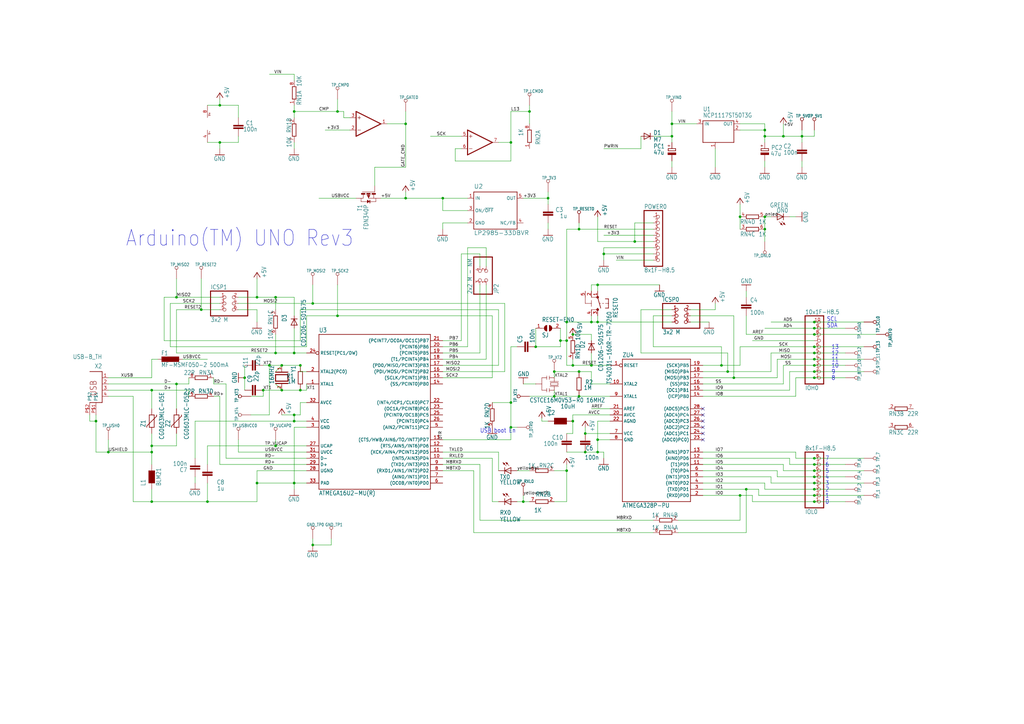
<source format=kicad_sch>
(kicad_sch (version 20231120) (generator "eeschema") (generator_version "8.0")
  (paper "A3")
  (lib_symbols
    (symbol "UNO-TH_Rev3e-eagle-import:+5V" (power)
      (property "Value" "+5V" (at -2.54 -5.08 90))
      (symbol "+5V_1_0"
        (pin power_in line (at 0 -2.54 90) (length 2.54) (name "+5V") (number "1"))
      )
    )
    (symbol "UNO-TH_Rev3e-eagle-import:0715_CV201210-100K"
      (property "Reference" "L" (at -3.81 5.08 0))
      (property "Value" "0715_CV201210-100K" (at -3.81 -1.27 0))
      (symbol "0715_CV201210-100K_1_0"
        (pin passive line (at -5.08 2.54 0) (length 2.54) (name "1") (number "1"))
        (pin passive line (at 5.08 2.54 180) (length 2.54) (name "2") (number "2"))
      )
    )
    (symbol "UNO-TH_Rev3e-eagle-import:4R-NCAY16"
      (property "Reference" "RN" (at -5.08 -3.048 0))
      (property "Value" "4R-NCAY16" (at 2.54 -3.048 0))
      (symbol "4R-NCAY16_1_0"
        (pin passive line (at -5.08 0 0) (length 2.54) (name "1") (number "1"))
        (pin passive line (at 5.08 0 180) (length 2.54) (name "2") (number "8"))
      )
      (symbol "4R-NCAY16_2_0"
        (pin passive line (at -5.08 0 0) (length 2.54) (name "1") (number "2"))
        (pin passive line (at 5.08 0 180) (length 2.54) (name "2") (number "7"))
      )
      (symbol "4R-NCAY16_3_0"
        (pin passive line (at -5.08 0 0) (length 2.54) (name "1") (number "3"))
        (pin passive line (at 5.08 0 180) (length 2.54) (name "2") (number "6"))
      )
      (symbol "4R-NCAY16_4_0"
        (pin passive line (at -5.08 0 0) (length 2.54) (name "1") (number "4"))
        (pin passive line (at 5.08 0 180) (length 2.54) (name "2") (number "5"))
      )
    )
    (symbol "UNO-TH_Rev3e-eagle-import:ATMEGA16U2-MU"
      (property "Value" "ATMEGA16U2-MU" (at -22.86 -33.02 0))
      (symbol "ATMEGA16U2-MU_1_0"
        (pin bidirectional line (at -27.94 12.7 0) (length 5.08) (name "XTAL1") (number "1"))
        (pin bidirectional line (at 27.94 -17.78 180) (length 5.08) (name "(INT5/AIN3)PD4") (number "10"))
        (pin bidirectional line (at 27.94 -15.24 180) (length 5.08) (name "(XCK/AIN4/PCINT12)PD5") (number "11"))
        (pin bidirectional line (at 27.94 -12.7 180) (length 5.08) (name "(RTS/AIN5/INT6)PD6") (number "12"))
        (pin bidirectional line (at 27.94 -10.16 180) (length 5.08) (name "(CTS/HWB/AIN6/TO/INT7)PD7") (number "13"))
        (pin bidirectional line (at 27.94 12.7 180) (length 5.08) (name "(SS/PCINT0)PB0") (number "14"))
        (pin bidirectional line (at 27.94 15.24 180) (length 5.08) (name "(SCLK/PCINT1)PB1") (number "15"))
        (pin bidirectional line (at 27.94 17.78 180) (length 5.08) (name "(PDI/MOSI/PCINT2)PB2") (number "16"))
        (pin bidirectional line (at 27.94 20.32 180) (length 5.08) (name "(PD0/MISO/PCINT3)PB3") (number "17"))
        (pin bidirectional line (at 27.94 22.86 180) (length 5.08) (name "(T1/PCINT4)PB4") (number "18"))
        (pin bidirectional line (at 27.94 25.4 180) (length 5.08) (name "(PCINT5)PB5") (number "19"))
        (pin bidirectional line (at -27.94 17.78 0) (length 5.08) (name "XTAL2(PC0)") (number "2"))
        (pin bidirectional line (at 27.94 27.94 180) (length 5.08) (name "(PCINT6)PB6") (number "20"))
        (pin bidirectional line (at 27.94 30.48 180) (length 5.08) (name "(PCINT7/OC0A/OC1C)PB7") (number "21"))
        (pin bidirectional line (at 27.94 5.08 180) (length 5.08) (name "(INT4/ICP1/CLK0)PC7") (number "22"))
        (pin bidirectional line (at 27.94 2.54 180) (length 5.08) (name "(OC1A/PCINT8)PC6") (number "23"))
        (pin input inverted (at -27.94 25.4 0) (length 5.08) (name "RESET(PC1/DW)") (number "24"))
        (pin bidirectional line (at 27.94 0 180) (length 5.08) (name "(PCINT9/OC1B)PC5") (number "25"))
        (pin bidirectional line (at 27.94 -2.54 180) (length 5.08) (name "(PCINT10)PC4") (number "26"))
        (pin passive line (at -27.94 -12.7 0) (length 5.08) (name "UCAP") (number "27"))
        (pin power_in line (at -27.94 -22.86 0) (length 5.08) (name "UGND") (number "28"))
        (pin bidirectional line (at -27.94 -20.32 0) (length 5.08) (name "D+") (number "29"))
        (pin power_in line (at -27.94 -5.08 0) (length 5.08) (name "GND") (number "3"))
        (pin bidirectional line (at -27.94 -17.78 0) (length 5.08) (name "D-") (number "30"))
        (pin power_in line (at -27.94 -15.24 0) (length 5.08) (name "UVCC") (number "31"))
        (pin power_in line (at -27.94 5.08 0) (length 5.08) (name "AVCC") (number "32"))
        (pin power_in line (at -27.94 -27.94 0) (length 5.08) (name "PAD") (number "33"))
        (pin power_in line (at -27.94 -2.54 0) (length 5.08) (name "VCC") (number "4"))
        (pin bidirectional line (at 27.94 -5.08 180) (length 5.08) (name "(AIN2/PCINT11)PC2") (number "5"))
        (pin bidirectional line (at 27.94 -27.94 180) (length 5.08) (name "(OC0B/INT0)PD0") (number "6"))
        (pin bidirectional line (at 27.94 -25.4 180) (length 5.08) (name "(AIN0/INT1)PD1") (number "7"))
        (pin bidirectional line (at 27.94 -22.86 180) (length 5.08) (name "(RXD1/AIN1/INT2)PD2") (number "8"))
        (pin bidirectional line (at 27.94 -20.32 180) (length 5.08) (name "(TXD1/INT3)PD3") (number "9"))
      )
    )
    (symbol "UNO-TH_Rev3e-eagle-import:ATMEGA328P-PU"
      (property "Reference" "IC" (at -15.24 28.702 0))
      (property "Value" "ATMEGA328P-PU" (at -15.24 -33.02 0))
      (symbol "ATMEGA328P-PU_1_0"
        (pin input inverted (at -20.32 25.4 0) (length 5.08) (name "RESET") (number "1"))
        (pin bidirectional line (at -20.32 17.78 0) (length 5.08) (name "XTAL2") (number "10"))
        (pin bidirectional line (at 17.78 -15.24 180) (length 5.08) (name "(T1)PD5") (number "11"))
        (pin bidirectional line (at 17.78 -12.7 180) (length 5.08) (name "(AIN0)PD6") (number "12"))
        (pin bidirectional line (at 17.78 -10.16 180) (length 5.08) (name "(AIN1)PD7") (number "13"))
        (pin bidirectional line (at 17.78 12.7 180) (length 5.08) (name "(ICP)PB0") (number "14"))
        (pin bidirectional line (at 17.78 15.24 180) (length 5.08) (name "(OC1)PB1") (number "15"))
        (pin bidirectional line (at 17.78 17.78 180) (length 5.08) (name "(SS)PB2") (number "16"))
        (pin bidirectional line (at 17.78 20.32 180) (length 5.08) (name "(MOSI)PB3") (number "17"))
        (pin bidirectional line (at 17.78 22.86 180) (length 5.08) (name "(MISO)PB4") (number "18"))
        (pin bidirectional line (at 17.78 25.4 180) (length 5.08) (name "(SCK)PB5") (number "19"))
        (pin bidirectional line (at 17.78 -27.94 180) (length 5.08) (name "(RXD)PD0") (number "2"))
        (pin power_in line (at -20.32 5.08 0) (length 5.08) (name "AVCC") (number "20"))
        (pin passive line (at -20.32 7.62 0) (length 5.08) (name "AREF") (number "21"))
        (pin power_in line (at -20.32 2.54 0) (length 5.08) (name "AGND") (number "22"))
        (pin bidirectional line (at 17.78 -5.08 180) (length 5.08) (name "(ADC0)PC0)") (number "23"))
        (pin bidirectional line (at 17.78 -2.54 180) (length 5.08) (name "(ADC1)PC1") (number "24"))
        (pin bidirectional line (at 17.78 0 180) (length 5.08) (name "(ADC2)PC2") (number "25"))
        (pin bidirectional line (at 17.78 2.54 180) (length 5.08) (name "(ADC3)PC3") (number "26"))
        (pin bidirectional line (at 17.78 5.08 180) (length 5.08) (name "(ADC4)PC4") (number "27"))
        (pin bidirectional line (at 17.78 7.62 180) (length 5.08) (name "(ADC5)PC5") (number "28"))
        (pin bidirectional line (at 17.78 -25.4 180) (length 5.08) (name "(TXD)PD1") (number "3"))
        (pin bidirectional line (at 17.78 -22.86 180) (length 5.08) (name "(INT0)PD2") (number "4"))
        (pin bidirectional line (at 17.78 -20.32 180) (length 5.08) (name "(INT1)PD3") (number "5"))
        (pin bidirectional line (at 17.78 -17.78 180) (length 5.08) (name "(T0)PD4") (number "6"))
        (pin power_in line (at -20.32 -2.54 0) (length 5.08) (name "VCC") (number "7"))
        (pin power_in line (at -20.32 -5.08 0) (length 5.08) (name "GND") (number "8"))
        (pin bidirectional line (at -20.32 12.7 0) (length 5.08) (name "XTAL1") (number "9"))
      )
    )
    (symbol "UNO-TH_Rev3e-eagle-import:C-EU0603-RND"
      (property "Reference" "C" (at 1.524 0.381 0))
      (property "Value" "C-EU0603-RND" (at 1.524 -4.699 0))
      (symbol "C-EU0603-RND_1_0"
        (pin passive line (at 0 2.54 270) (length 2.54) (name "1") (number "1"))
        (pin passive line (at 0 -5.08 90) (length 2.54) (name "2") (number "2"))
      )
    )
    (symbol "UNO-TH_Rev3e-eagle-import:CPOL-EUD"
      (property "Reference" "C" (at 1.143 0.4826 0))
      (property "Value" "CPOL-EUD" (at 1.143 -4.5974 0))
      (symbol "CPOL-EUD_1_0"
        (text "+" (at -0.5842 0.4064 900) (effects (font (size 1.27 1.0795)) (justify left bottom)))
        (pin passive line (at 0 2.54 270) (length 2.54) (name "+") (number "+"))
        (pin passive line (at 0 -5.08 90) (length 2.54) (name "-") (number "-"))
      )
    )
    (symbol "UNO-TH_Rev3e-eagle-import:DIODE-MINIMELF"
      (property "Reference" "D" (at 2.54 0.4826 0))
      (property "Value" "DIODE-MINIMELF" (at 2.54 -2.3114 0))
      (symbol "DIODE-MINIMELF_1_0"
        (pin passive line (at -2.54 0 0) (length 2.54) (name "A") (number "A"))
        (pin passive line (at 2.54 0 180) (length 2.54) (name "C") (number "C"))
      )
    )
    (symbol "UNO-TH_Rev3e-eagle-import:DIODE-SMB"
      (property "Reference" "D" (at 2.54 0.4826 0))
      (property "Value" "DIODE-SMB" (at 2.54 -2.3114 0))
      (symbol "DIODE-SMB_1_0"
        (pin passive line (at -2.54 0 0) (length 2.54) (name "A") (number "A"))
        (pin passive line (at 2.54 0 180) (length 2.54) (name "C") (number "C"))
      )
    )
    (symbol "UNO-TH_Rev3e-eagle-import:GND" (power)
      (property "Value" "GND" (at -2.54 -2.54 0))
      (symbol "GND_1_0"
        (pin power_in line (at 0 2.54 270) (length 2.54) (name "GND") (number "1"))
      )
    )
    (symbol "UNO-TH_Rev3e-eagle-import:L-EUL1812"
      (property "Reference" "L" (at -1.4986 -3.81 90))
      (property "Value" "L-EUL1812" (at 3.302 -3.81 90))
      (symbol "L-EUL1812_1_0"
        (pin passive line (at 0 5.08 270) (length 2.54) (name "1") (number "1"))
        (pin passive line (at 0 -5.08 90) (length 2.54) (name "2") (number "2"))
      )
    )
    (symbol "UNO-TH_Rev3e-eagle-import:LEDCHIP-LED0805"
      (property "Reference" "LED" (at 3.556 -4.572 90))
      (property "Value" "LEDCHIP-LED0805" (at 5.715 -4.572 90))
      (symbol "LEDCHIP-LED0805_1_0"
        (pin passive line (at 0 2.54 270) (length 2.54) (name "A") (number "A"))
        (pin passive line (at 0 -5.08 90) (length 2.54) (name "C") (number "C"))
      )
    )
    (symbol "UNO-TH_Rev3e-eagle-import:LMV358?MM"
      (symbol "LMV358?MM_1_0"
        (pin output line (at 7.62 0 180) (length 2.54) (name "OUT") (number "1"))
        (pin input line (at -7.62 -2.54 0) (length 2.54) (name "-IN") (number "2"))
        (pin input line (at -7.62 2.54 0) (length 2.54) (name "+IN") (number "3"))
      )
      (symbol "LMV358?MM_2_0"
        (pin input line (at -7.62 2.54 0) (length 2.54) (name "+IN") (number "5"))
        (pin input line (at -7.62 -2.54 0) (length 2.54) (name "-IN") (number "6"))
        (pin output line (at 7.62 0 180) (length 2.54) (name "OUT") (number "7"))
      )
      (symbol "LMV358?MM_3_0"
        (text "V+" (at 1.27 3.175 900) (effects (font (size 0.8128 0.6908)) (justify left bottom)))
        (text "V-" (at 1.27 -4.445 900) (effects (font (size 0.8128 0.6908)) (justify left bottom)))
        (pin power_in line (at 0 -7.62 90) (length 5.08) (name "V-") (number "4"))
        (pin power_in line (at 0 7.62 270) (length 5.08) (name "V+") (number "8"))
      )
    )
    (symbol "UNO-TH_Rev3e-eagle-import:LP2985-XXDBVR"
      (property "Reference" "IC" (at -7.62 8.89 0))
      (property "Value" "LP2985-XXDBVR" (at -7.62 -10.16 0))
      (symbol "LP2985-XXDBVR_1_0"
        (pin input line (at -10.16 5.08 0) (length 2.54) (name "IN") (number "1"))
        (pin power_in line (at -10.16 -5.08 0) (length 2.54) (name "GND") (number "2"))
        (pin input line (at -10.16 0 0) (length 2.54) (name "ON/~{OFF}") (number "3"))
        (pin passive line (at 12.7 -5.08 180) (length 2.54) (name "NC/FB") (number "4"))
        (pin passive line (at 12.7 5.08 180) (length 2.54) (name "OUT") (number "5"))
      )
    )
    (symbol "UNO-TH_Rev3e-eagle-import:MC33269ST"
      (property "Reference" "IC" (at -5.08 7.62 0))
      (property "Value" "MC33269ST" (at 3.81 -5.08 0))
      (symbol "MC33269ST_1_0"
        (pin input line (at 0 -5.08 90) (length 2.54) (name "GND/ADJ") (number "1"))
        (pin passive line (at 10.16 2.54 180) (length 2.54) (name "OUT@1") (number "2"))
        (pin input line (at -7.62 5.08 0) (length 2.54) (name "IN") (number "3"))
        (pin passive line (at 10.16 5.08 180) (length 2.54) (name "OUT") (number "4"))
      )
    )
    (symbol "UNO-TH_Rev3e-eagle-import:PINHD-1X10_ARD"
      (property "Reference" "JP" (at -6.35 13.335 0))
      (property "Value" "PINHD-1X10_ARD" (at -6.35 -17.78 0))
      (symbol "PINHD-1X10_ARD_1_0"
        (pin passive inverted (at -2.54 10.16 0) (length 2.54) (name "1") (number "1"))
        (pin passive inverted (at -2.54 -12.7 0) (length 2.54) (name "10") (number "10"))
        (pin passive inverted (at -2.54 7.62 0) (length 2.54) (name "2") (number "2"))
        (pin passive inverted (at -2.54 5.08 0) (length 2.54) (name "3") (number "3"))
        (pin passive inverted (at -2.54 2.54 0) (length 2.54) (name "4") (number "4"))
        (pin passive inverted (at -2.54 0 0) (length 2.54) (name "5") (number "5"))
        (pin passive inverted (at -2.54 -2.54 0) (length 2.54) (name "6") (number "6"))
        (pin passive inverted (at -2.54 -5.08 0) (length 2.54) (name "7") (number "7"))
        (pin passive inverted (at -2.54 -7.62 0) (length 2.54) (name "8") (number "8"))
        (pin passive inverted (at -2.54 -10.16 0) (length 2.54) (name "9") (number "9"))
      )
    )
    (symbol "UNO-TH_Rev3e-eagle-import:PINHD-1X8"
      (property "Reference" "JP" (at -6.35 13.335 0))
      (property "Value" "PINHD-1X8" (at -6.35 -12.7 0))
      (symbol "PINHD-1X8_1_0"
        (pin passive inverted (at -2.54 10.16 0) (length 2.54) (name "1") (number "1"))
        (pin passive inverted (at -2.54 7.62 0) (length 2.54) (name "2") (number "2"))
        (pin passive inverted (at -2.54 5.08 0) (length 2.54) (name "3") (number "3"))
        (pin passive inverted (at -2.54 2.54 0) (length 2.54) (name "4") (number "4"))
        (pin passive inverted (at -2.54 0 0) (length 2.54) (name "5") (number "5"))
        (pin passive inverted (at -2.54 -2.54 0) (length 2.54) (name "6") (number "6"))
        (pin passive inverted (at -2.54 -5.08 0) (length 2.54) (name "7") (number "7"))
        (pin passive inverted (at -2.54 -7.62 0) (length 2.54) (name "8") (number "8"))
      )
    )
    (symbol "UNO-TH_Rev3e-eagle-import:PINHD-2X2"
      (property "Reference" "JP" (at -8.89 5.715 0))
      (property "Value" "PINHD-2X2" (at -8.89 -5.08 0))
      (symbol "PINHD-2X2_1_0"
        (pin passive inverted (at -5.08 2.54 0) (length 2.54) (name "1") (number "1"))
        (pin passive inverted (at 2.54 2.54 180) (length 2.54) (name "2") (number "2"))
        (pin passive inverted (at -5.08 0 0) (length 2.54) (name "3") (number "3"))
        (pin passive inverted (at 2.54 0 180) (length 2.54) (name "4") (number "4"))
      )
    )
    (symbol "UNO-TH_Rev3e-eagle-import:PINHD-2X3"
      (property "Reference" "JP" (at -6.35 5.715 0))
      (property "Value" "PINHD-2X3" (at -6.35 -7.62 0))
      (symbol "PINHD-2X3_1_0"
        (pin passive inverted (at -2.54 2.54 0) (length 2.54) (name "1") (number "1"))
        (pin passive inverted (at 5.08 2.54 180) (length 2.54) (name "2") (number "2"))
        (pin passive inverted (at -2.54 0 0) (length 2.54) (name "3") (number "3"))
        (pin passive inverted (at 5.08 0 180) (length 2.54) (name "4") (number "4"))
        (pin passive inverted (at -2.54 -2.54 0) (length 2.54) (name "5") (number "5"))
        (pin passive inverted (at 5.08 -2.54 180) (length 2.54) (name "6") (number "6"))
      )
    )
    (symbol "UNO-TH_Rev3e-eagle-import:PMOSSOT23"
      (property "Reference" "T" (at 2.54 2.54 0))
      (property "Value" "PMOSSOT23" (at 2.54 0 0))
      (symbol "PMOSSOT23_1_0"
        (pin passive line (at 0 5.08 270) (length 2.54) (name "D") (number "1"))
        (pin passive line (at 0 -5.08 90) (length 2.54) (name "S") (number "2"))
        (pin passive line (at -5.08 -2.54 0) (length 2.54) (name "G") (number "3"))
      )
    )
    (symbol "UNO-TH_Rev3e-eagle-import:PN61729"
      (property "Reference" "X" (at 0 8.89 0))
      (property "Value" "PN61729" (at 0 12.7 0))
      (symbol "PN61729_1_0"
        (text "USB" (at 5.08 -2.54 900) (effects (font (size 2.54 2.159)) (justify left bottom)))
        (pin bidirectional line (at -2.54 5.08 0) (length 2.54) (name "1") (number "1"))
        (pin bidirectional line (at -2.54 2.54 0) (length 2.54) (name "2") (number "2"))
        (pin bidirectional line (at -2.54 0 0) (length 2.54) (name "3") (number "3"))
        (pin bidirectional line (at -2.54 -2.54 0) (length 2.54) (name "4") (number "4"))
        (pin bidirectional line (at 2.54 -10.16 90) (length 5.08) (name "P$1") (number "P$1"))
        (pin bidirectional line (at 5.08 -10.16 90) (length 5.08) (name "P$2") (number "P$2"))
      )
    )
    (symbol "UNO-TH_Rev3e-eagle-import:R-EU_R0603"
      (property "Reference" "R" (at -3.81 1.4986 0))
      (property "Value" "R-EU_R0603" (at -3.81 -3.302 0))
      (symbol "R-EU_R0603_1_0"
        (pin passive line (at -5.08 0 0) (length 2.54) (name "1") (number "1"))
        (pin passive line (at 5.08 0 180) (length 2.54) (name "2") (number "2"))
      )
    )
    (symbol "UNO-TH_Rev3e-eagle-import:RESONATORMU"
      (property "Reference" "Y" (at -5.08 4.572 0))
      (property "Value" "RESONATORMU" (at -5.08 -5.588 0))
      (symbol "RESONATORMU_1_0"
        (pin passive line (at 0 2.54 180) (length 0) (name "1") (number "1"))
        (pin passive line (at -7.62 0 0) (length 0) (name "2") (number "2"))
        (pin passive line (at 0 -2.54 180) (length 0) (name "3") (number "3"))
      )
    )
    (symbol "UNO-TH_Rev3e-eagle-import:SJ"
      (property "Reference" "SJ" (at -2.54 2.54 0))
      (property "Value" "SJ" (at -2.54 -3.81 0))
      (symbol "SJ_1_0"
        (pin passive line (at -5.08 0 0) (length 2.54) (name "1") (number "1"))
        (pin passive line (at 5.08 0 180) (length 2.54) (name "2") (number "2"))
      )
    )
    (symbol "UNO-TH_Rev3e-eagle-import:TP_SP"
      (symbol "TP_SP_1_0"
        (pin passive inverted (at 0 0 0) (length 5.08) (name "TESTP") (number "X"))
      )
    )
    (symbol "UNO-TH_Rev3e-eagle-import:TS42"
      (property "Value" "TS42" (at -3.81 3.175 90))
      (symbol "TS42_1_0"
        (pin passive line (at 0 -5.08 90) (length 2.54) (name "1") (number "1"))
        (pin passive line (at 2.54 -5.08 90) (length 2.54) (name "2") (number "2"))
        (pin passive line (at 0 5.08 270) (length 2.54) (name "3") (number "3"))
        (pin passive line (at 2.54 5.08 270) (length 2.54) (name "4") (number "4"))
        (pin power_in line (at 5.08 -5.08 90) (length 2.54) (name "5-GND") (number "5"))
      )
    )
    (symbol "UNO-TH_Rev3e-eagle-import:VARISTORCN0603"
      (property "Reference" "R" (at -2.54 3.81 0))
      (property "Value" "VARISTORCN0603" (at -2.54 -6.35 0))
      (symbol "VARISTORCN0603_1_0"
        (pin passive line (at 5.08 0 180) (length 2.54) (name "1") (number "1"))
        (pin passive line (at -5.08 0 0) (length 2.54) (name "2") (number "2"))
      )
    )
    (symbol "UNO-TH_Rev3e-eagle-import:WE-CBF_0805"
      (property "Reference" "L" (at -3.81 5.08 0))
      (property "Value" "WE-CBF_0805" (at -3.81 -1.27 0))
      (symbol "WE-CBF_0805_1_0"
        (pin passive line (at -5.08 2.54 0) (length 2.54) (name "1") (number "1"))
        (pin passive line (at 5.08 2.54 180) (length 2.54) (name "2") (number "2"))
      )
    )
    (symbol "UNO-TH_Rev3e-eagle-import:XTAL/S"
      (property "Reference" "Q" (at -5.08 3.81 0))
      (property "Value" "XTAL{slash}S" (at -5.08 -5.08 0))
      (symbol "XTAL/S_1_0"
        (pin passive line (at -5.08 0 0) (length 2.54) (name "1") (number "1"))
        (pin passive line (at 5.08 0 180) (length 2.54) (name "2") (number "2"))
      )
    )
  )
  (junction (at 334.01 193.04))
  (junction (at 113.03 144.78))
  (junction (at 240.03 185.42))
  (junction (at 334.01 132.08))
  (junction (at 217.17 45.72))
  (junction (at 334.01 187.96))
  (junction (at 303.53 88.9))
  (junction (at 105.41 198.12))
  (junction (at 227.33 162.56))
  (junction (at 237.49 152.4))
  (junction (at 234.95 172.72))
  (junction (at 123.19 149.86))
  (junction (at 227.33 152.4))
  (junction (at 90.17 43.18))
  (junction (at 240.03 177.8))
  (junction (at 334.01 144.78))
  (junction (at 82.55 127))
  (junction (at 303.53 203.2))
  (junction (at 123.19 160.02))
  (junction (at 39.37 172.72))
  (junction (at 62.23 185.42))
  (junction (at 62.23 160.02))
  (junction (at 85.09 205.74))
  (junction (at 245.11 132.08))
  (junction (at 306.07 200.66))
  (junction (at 229.87 139.7))
  (junction (at 234.95 137.16))
  (junction (at 209.55 165.1))
  (junction (at 334.01 154.94))
  (junction (at 260.35 99.06))
  (junction (at 181.61 81.28))
  (junction (at 313.69 53.34))
  (junction (at 100.33 154.94))
  (junction (at 113.03 182.88))
  (junction (at 128.27 124.46))
  (junction (at 237.49 162.56))
  (junction (at 105.41 121.92))
  (junction (at 334.01 203.2))
  (junction (at 107.95 160.02))
  (junction (at 44.45 185.42))
  (junction (at 214.63 205.74))
  (junction (at 120.65 45.72))
  (junction (at 120.65 198.12))
  (junction (at 138.43 129.54))
  (junction (at 128.27 223.52))
  (junction (at 224.79 81.28))
  (junction (at 334.01 137.16))
  (junction (at 232.41 132.08))
  (junction (at 166.37 50.8))
  (junction (at 138.43 45.72))
  (junction (at 113.03 121.92))
  (junction (at 313.69 93.98))
  (junction (at 334.01 190.5))
  (junction (at 334.01 142.24))
  (junction (at 72.39 121.92))
  (junction (at 232.41 193.04))
  (junction (at 334.01 200.66))
  (junction (at 300.99 154.94))
  (junction (at 62.23 182.88))
  (junction (at 334.01 134.62))
  (junction (at 334.01 198.12))
  (junction (at 110.49 149.86))
  (junction (at 72.39 157.48))
  (junction (at 219.71 142.24))
  (junction (at 242.57 149.86))
  (junction (at 120.65 172.72))
  (junction (at 275.59 50.8))
  (junction (at 232.41 139.7))
  (junction (at 313.69 55.88))
  (junction (at 115.57 160.02))
  (junction (at 245.11 185.42))
  (junction (at 245.11 180.34))
  (junction (at 209.55 175.26))
  (junction (at 245.11 116.84))
  (junction (at 237.49 93.98))
  (junction (at 334.01 205.74))
  (junction (at 115.57 149.86))
  (junction (at 321.31 55.88))
  (junction (at 234.95 149.86))
  (junction (at 334.01 149.86))
  (junction (at 295.91 149.86))
  (junction (at 62.23 205.74))
  (junction (at 120.65 170.18))
  (junction (at 209.55 58.42))
  (junction (at 166.37 81.28))
  (junction (at 334.01 147.32))
  (junction (at 90.17 58.42))
  (junction (at 328.93 55.88))
  (junction (at 313.69 88.9))
  (junction (at 334.01 195.58))
  (junction (at 120.65 144.78))
  (junction (at 242.57 132.08))
  (junction (at 334.01 152.4))
  (junction (at 247.65 104.14))
  (junction (at 298.45 152.4))
  (junction (at 275.59 55.88))
  (no_connect (at 288.29 167.64))
  (no_connect (at 288.29 172.72))
  (no_connect (at 288.29 180.34))
  (no_connect (at 288.29 177.8))
  (no_connect (at 288.29 170.18))
  (no_connect (at 288.29 175.26))
  (wire (pts (xy 191.77 86.36) (xy 181.61 86.36)))
  (wire (pts (xy 123.19 160.02) (xy 125.73 160.02)))
  (wire (pts (xy 232.41 139.7) (xy 232.41 132.08)))
  (wire (pts (xy 138.43 129.54) (xy 138.43 116.84)))
  (wire (pts (xy 212.09 175.26) (xy 209.55 175.26)))
  (wire (pts (xy 227.33 193.04) (xy 232.41 193.04)))
  (wire (pts (xy 227.33 205.74) (xy 232.41 205.74)))
  (wire (pts (xy 125.73 165.1) (xy 123.19 165.1)))
  (wire (pts (xy 245.11 185.42) (xy 245.11 180.34)))
  (wire (pts (xy 288.29 185.42) (xy 326.39 185.42)))
  (wire (pts (xy 240.03 177.8) (xy 240.03 175.26)))
  (wire (pts (xy 334.01 152.4) (xy 323.85 152.4)))
  (wire (pts (xy 209.55 58.42) (xy 209.55 66.04)))
  (wire (pts (xy 326.39 88.9) (xy 323.85 88.9)))
  (wire (pts (xy 36.83 172.72) (xy 39.37 172.72)))
  (wire (pts (xy 318.77 154.94) (xy 300.99 154.94)))
  (wire (pts (xy 303.53 53.34) (xy 313.69 53.34)))
  (wire (pts (xy 242.57 132.08) (xy 232.41 132.08)))
  (wire (pts (xy 125.73 182.88) (xy 113.03 182.88)))
  (wire (pts (xy 186.69 66.04) (xy 186.69 60.96)))
  (wire (pts (xy 300.99 129.54) (xy 300.99 154.94)))
  (wire (pts (xy 346.71 205.74) (xy 334.01 205.74)))
  (wire (pts (xy 125.73 142.24) (xy 69.85 142.24)))
  (wire (pts (xy 166.37 45.72) (xy 166.37 50.8)))
  (wire (pts (xy 189.23 104.14) (xy 189.23 139.7)))
  (wire (pts (xy 232.41 139.7) (xy 232.41 149.86)))
  (wire (pts (xy 237.49 91.44) (xy 237.49 93.98)))
  (wire (pts (xy 316.23 198.12) (xy 334.01 198.12)))
  (wire (pts (xy 72.39 144.78) (xy 72.39 127)))
  (wire (pts (xy 237.49 162.56) (xy 227.33 162.56)))
  (wire (pts (xy 138.43 45.72) (xy 140.97 45.72)))
  (wire (pts (xy 224.79 78.74) (xy 224.79 81.28)))
  (wire (pts (xy 36.83 170.18) (xy 36.83 172.72)))
  (wire (pts (xy 189.23 55.88) (xy 176.53 55.88)))
  (wire (pts (xy 120.65 45.72) (xy 120.65 48.26)))
  (wire (pts (xy 321.31 157.48) (xy 321.31 149.86)))
  (wire (pts (xy 262.89 60.96) (xy 262.89 55.88)))
  (wire (pts (xy 275.59 55.88) (xy 275.59 50.8)))
  (wire (pts (xy 250.19 149.86) (xy 242.57 149.86)))
  (wire (pts (xy 313.69 93.98) (xy 313.69 88.9)))
  (wire (pts (xy 334.01 144.78) (xy 346.71 144.78)))
  (wire (pts (xy 62.23 182.88) (xy 62.23 185.42)))
  (wire (pts (xy 196.85 213.36) (xy 267.97 213.36)))
  (wire (pts (xy 113.03 182.88) (xy 85.09 182.88)))
  (wire (pts (xy 298.45 152.4) (xy 316.23 152.4)))
  (wire (pts (xy 214.63 81.28) (xy 224.79 81.28)))
  (wire (pts (xy 318.77 195.58) (xy 318.77 193.04)))
  (wire (pts (xy 247.65 185.42) (xy 247.65 187.96)))
  (wire (pts (xy 245.11 180.34) (xy 250.19 180.34)))
  (wire (pts (xy 245.11 185.42) (xy 247.65 185.42)))
  (wire (pts (xy 143.51 53.34) (xy 133.35 53.34)))
  (wire (pts (xy 209.55 66.04) (xy 186.69 66.04)))
  (wire (pts (xy 62.23 160.02) (xy 62.23 167.64)))
  (wire (pts (xy 181.61 142.24) (xy 191.77 142.24)))
  (wire (pts (xy 123.19 152.4) (xy 125.73 152.4)))
  (wire (pts (xy 222.25 171.45) (xy 222.25 172.72)))
  (wire (pts (xy 334.01 147.32) (xy 318.77 147.32)))
  (wire (pts (xy 90.17 40.64) (xy 90.17 43.18)))
  (wire (pts (xy 115.57 160.02) (xy 107.95 160.02)))
  (wire (pts (xy 346.71 154.94) (xy 334.01 154.94)))
  (wire (pts (xy 113.03 144.78) (xy 113.03 137.16)))
  (wire (pts (xy 44.45 160.02) (xy 62.23 160.02)))
  (wire (pts (xy 245.11 99.06) (xy 245.11 88.9)))
  (wire (pts (xy 196.85 109.22) (xy 196.85 104.14)))
  (wire (pts (xy 229.87 142.24) (xy 229.87 139.7)))
  (wire (pts (xy 242.57 116.84) (xy 242.57 119.38)))
  (wire (pts (xy 260.35 91.44) (xy 260.35 99.06)))
  (wire (pts (xy 67.31 121.92) (xy 72.39 121.92)))
  (wire (pts (xy 295.91 149.86) (xy 303.53 149.86)))
  (wire (pts (xy 204.47 127) (xy 123.19 127)))
  (wire (pts (xy 130.81 81.28) (xy 146.05 81.28)))
  (wire (pts (xy 204.47 149.86) (xy 204.47 127)))
  (wire (pts (xy 290.83 132.08) (xy 283.21 132.08)))
  (wire (pts (xy 39.37 185.42) (xy 39.37 172.72)))
  (wire (pts (xy 44.45 157.48) (xy 72.39 157.48)))
  (wire (pts (xy 194.31 218.44) (xy 194.31 193.04)))
  (wire (pts (xy 62.23 190.5) (xy 62.23 185.42)))
  (wire (pts (xy 54.61 205.74) (xy 62.23 205.74)))
  (wire (pts (xy 247.65 104.14) (xy 247.65 106.68)))
  (wire (pts (xy 44.45 154.94) (xy 62.23 154.94)))
  (wire (pts (xy 214.63 205.74) (xy 212.09 205.74)))
  (wire (pts (xy 318.77 193.04) (xy 288.29 193.04)))
  (wire (pts (xy 283.21 129.54) (xy 300.99 129.54)))
  (wire (pts (xy 87.63 154.94) (xy 87.63 157.48)))
  (wire (pts (xy 250.19 177.8) (xy 240.03 177.8)))
  (wire (pts (xy 90.17 190.5) (xy 125.73 190.5)))
  (wire (pts (xy 156.21 81.28) (xy 166.37 81.28)))
  (wire (pts (xy 153.67 68.58) (xy 166.37 68.58)))
  (wire (pts (xy 242.57 157.48) (xy 250.19 157.48)))
  (wire (pts (xy 212.09 142.24) (xy 209.55 142.24)))
  (wire (pts (xy 308.61 203.2) (xy 303.53 203.2)))
  (wire (pts (xy 328.93 55.88) (xy 328.93 58.42)))
  (wire (pts (xy 97.79 121.92) (xy 105.41 121.92)))
  (wire (pts (xy 293.37 124.46) (xy 293.37 127)))
  (wire (pts (xy 100.33 160.02) (xy 100.33 154.94)))
  (wire (pts (xy 278.13 218.44) (xy 306.07 218.44)))
  (wire (pts (xy 247.65 101.6) (xy 247.65 104.14)))
  (wire (pts (xy 334.01 203.2) (xy 354.33 203.2)))
  (wire (pts (xy 334.01 139.7) (xy 308.61 139.7)))
  (wire (pts (xy 125.73 129.54) (xy 125.73 142.24)))
  (wire (pts (xy 232.41 93.98) (xy 237.49 93.98)))
  (wire (pts (xy 219.71 142.24) (xy 219.71 134.62)))
  (wire (pts (xy 194.31 193.04) (xy 181.61 193.04)))
  (wire (pts (xy 128.27 124.46) (xy 97.79 124.46)))
  (wire (pts (xy 334.01 134.62) (xy 346.71 134.62)))
  (wire (pts (xy 293.37 68.58) (xy 293.37 60.96)))
  (wire (pts (xy 303.53 93.98) (xy 303.53 88.9)))
  (wire (pts (xy 306.07 200.66) (xy 311.15 200.66)))
  (wire (pts (xy 115.57 149.86) (xy 110.49 149.86)))
  (wire (pts (xy 311.15 200.66) (xy 311.15 203.2)))
  (wire (pts (xy 120.65 172.72) (xy 80.01 172.72)))
  (wire (pts (xy 77.47 160.02) (xy 62.23 160.02)))
  (wire (pts (xy 115.57 170.18) (xy 120.65 170.18)))
  (wire (pts (xy 85.09 190.5) (xy 85.09 182.88)))
  (wire (pts (xy 186.69 60.96) (xy 189.23 60.96)))
  (wire (pts (xy 128.27 124.46) (xy 128.27 116.84)))
  (wire (pts (xy 306.07 119.38) (xy 306.07 121.92)))
  (wire (pts (xy 275.59 132.08) (xy 245.11 132.08)))
  (wire (pts (xy 245.11 116.84) (xy 270.51 116.84)))
  (wire (pts (xy 217.17 50.8) (xy 217.17 45.72)))
  (wire (pts (xy 97.79 127) (xy 105.41 127)))
  (wire (pts (xy 334.01 55.88) (xy 334.01 53.34)))
  (wire (pts (xy 232.41 132.08) (xy 232.41 93.98)))
  (wire (pts (xy 328.93 66.04) (xy 328.93 68.58)))
  (wire (pts (xy 97.79 185.42) (xy 125.73 185.42)))
  (wire (pts (xy 303.53 149.86) (xy 303.53 142.24)))
  (wire (pts (xy 181.61 147.32) (xy 199.39 147.32)))
  (wire (pts (xy 207.01 152.4) (xy 207.01 124.46)))
  (wire (pts (xy 313.69 55.88) (xy 321.31 55.88)))
  (wire (pts (xy 323.85 190.5) (xy 323.85 187.96)))
  (wire (pts (xy 110.49 30.48) (xy 120.65 30.48)))
  (wire (pts (xy 316.23 144.78) (xy 334.01 144.78)))
  (wire (pts (xy 105.41 193.04) (xy 125.73 193.04)))
  (wire (pts (xy 214.63 203.2) (xy 214.63 205.74)))
  (wire (pts (xy 234.95 137.16) (xy 242.57 137.16)))
  (wire (pts (xy 67.31 139.7) (xy 67.31 121.92)))
  (wire (pts (xy 227.33 154.94) (xy 227.33 152.4)))
  (wire (pts (xy 181.61 149.86) (xy 204.47 149.86)))
  (wire (pts (xy 267.97 129.54) (xy 267.97 142.24)))
  (wire (pts (xy 323.85 152.4) (xy 323.85 160.02)))
  (wire (pts (xy 120.65 144.78) (xy 113.03 144.78)))
  (wire (pts (xy 334.01 132.08) (xy 316.23 132.08)))
  (wire (pts (xy 85.09 198.12) (xy 85.09 205.74)))
  (wire (pts (xy 85.09 205.74) (xy 105.41 205.74)))
  (wire (pts (xy 72.39 114.3) (xy 72.39 121.92)))
  (wire (pts (xy 227.33 152.4) (xy 237.49 152.4)))
  (wire (pts (xy 334.01 198.12) (xy 354.33 198.12)))
  (wire (pts (xy 334.01 195.58) (xy 318.77 195.58)))
  (wire (pts (xy 72.39 157.48) (xy 77.47 157.48)))
  (wire (pts (xy 267.97 96.52) (xy 247.65 96.52)))
  (wire (pts (xy 196.85 190.5) (xy 196.85 213.36)))
  (wire (pts (xy 196.85 104.14) (xy 189.23 104.14)))
  (wire (pts (xy 275.59 45.72) (xy 275.59 50.8)))
  (wire (pts (xy 242.57 152.4) (xy 242.57 157.48)))
  (wire (pts (xy 245.11 129.54) (xy 245.11 132.08)))
  (wire (pts (xy 138.43 129.54) (xy 125.73 129.54)))
  (wire (pts (xy 234.95 149.86) (xy 232.41 149.86)))
  (wire (pts (xy 298.45 144.78) (xy 298.45 152.4)))
  (wire (pts (xy 334.01 193.04) (xy 354.33 193.04)))
  (wire (pts (xy 267.97 91.44) (xy 260.35 91.44)))
  (wire (pts (xy 44.45 185.42) (xy 39.37 185.42)))
  (wire (pts (xy 181.61 91.44) (xy 181.61 93.98)))
  (wire (pts (xy 181.61 144.78) (xy 196.85 144.78)))
  (wire (pts (xy 323.85 160.02) (xy 288.29 160.02)))
  (wire (pts (xy 288.29 157.48) (xy 321.31 157.48)))
  (wire (pts (xy 120.65 200.66) (xy 120.65 198.12)))
  (wire (pts (xy 247.65 60.96) (xy 262.89 60.96)))
  (wire (pts (xy 316.23 195.58) (xy 316.23 198.12)))
  (wire (pts (xy 113.03 121.92) (xy 113.03 127)))
  (wire (pts (xy 232.41 193.04) (xy 232.41 190.5)))
  (wire (pts (xy 209.55 180.34) (xy 209.55 175.26)))
  (wire (pts (xy 82.55 114.3) (xy 82.55 127)))
  (wire (pts (xy 87.63 162.56) (xy 90.17 162.56)))
  (wire (pts (xy 105.41 198.12) (xy 105.41 193.04)))
  (wire (pts (xy 92.71 157.48) (xy 92.71 187.96)))
  (wire (pts (xy 113.03 121.92) (xy 120.65 121.92)))
  (wire (pts (xy 288.29 190.5) (xy 321.31 190.5)))
  (wire (pts (xy 275.59 68.58) (xy 275.59 66.04)))
  (wire (pts (xy 125.73 175.26) (xy 120.65 175.26)))
  (wire (pts (xy 120.65 43.18) (xy 120.65 45.72)))
  (wire (pts (xy 102.87 162.56) (xy 107.95 162.56)))
  (wire (pts (xy 120.65 175.26) (xy 120.65 198.12)))
  (wire (pts (xy 113.03 182.88) (xy 113.03 180.34)))
  (wire (pts (xy 328.93 55.88) (xy 328.93 53.34)))
  (wire (pts (xy 242.57 116.84) (xy 245.11 116.84)))
  (wire (pts (xy 326.39 187.96) (xy 334.01 187.96)))
  (wire (pts (xy 308.61 205.74) (xy 308.61 203.2)))
  (wire (pts (xy 191.77 91.44) (xy 181.61 91.44)))
  (wire (pts (xy 153.67 76.2) (xy 153.67 68.58)))
  (wire (pts (xy 260.35 99.06) (xy 245.11 99.06)))
  (wire (pts (xy 252.73 106.68) (xy 267.97 106.68)))
  (wire (pts (xy 354.33 142.24) (xy 334.01 142.24)))
  (wire (pts (xy 313.69 66.04) (xy 313.69 68.58)))
  (wire (pts (xy 227.33 162.56) (xy 227.33 160.02)))
  (wire (pts (xy 334.01 137.16) (xy 359.41 137.16)))
  (wire (pts (xy 90.17 43.18) (xy 97.79 43.18)))
  (wire (pts (xy 110.49 170.18) (xy 110.49 149.86)))
  (wire (pts (xy 72.39 127) (xy 82.55 127)))
  (wire (pts (xy 242.57 144.78) (xy 242.57 149.86)))
  (wire (pts (xy 110.49 149.86) (xy 107.95 149.86)))
  (wire (pts (xy 107.95 162.56) (xy 107.95 160.02)))
  (wire (pts (xy 204.47 193.04) (xy 204.47 185.42)))
  (wire (pts (xy 181.61 152.4) (xy 207.01 152.4)))
  (wire (pts (xy 85.09 147.32) (xy 74.93 147.32)))
  (wire (pts (xy 334.01 132.08) (xy 354.33 132.08)))
  (wire (pts (xy 229.87 139.7) (xy 229.87 134.62)))
  (wire (pts (xy 207.01 124.46) (xy 128.27 124.46)))
  (wire (pts (xy 181.61 154.94) (xy 201.93 154.94)))
  (wire (pts (xy 90.17 162.56) (xy 90.17 190.5)))
  (wire (pts (xy 166.37 50.8) (xy 158.75 50.8)))
  (wire (pts (xy 125.73 187.96) (xy 92.71 187.96)))
  (wire (pts (xy 123.19 127) (xy 123.19 139.7)))
  (wire (pts (xy 201.93 154.94) (xy 201.93 129.54)))
  (wire (pts (xy 204.47 185.42) (xy 181.61 185.42)))
  (wire (pts (xy 105.41 198.12) (xy 120.65 198.12)))
  (wire (pts (xy 288.29 162.56) (xy 326.39 162.56)))
  (wire (pts (xy 316.23 152.4) (xy 316.23 144.78)))
  (wire (pts (xy 196.85 116.84) (xy 196.85 144.78)))
  (wire (pts (xy 267.97 99.06) (xy 260.35 99.06)))
  (wire (pts (xy 204.47 205.74) (xy 201.93 205.74)))
  (wire (pts (xy 303.53 213.36) (xy 278.13 213.36)))
  (wire (pts (xy 85.09 43.18) (xy 90.17 43.18)))
  (wire (pts (xy 72.39 182.88) (xy 62.23 182.88)))
  (wire (pts (xy 229.87 139.7) (xy 232.41 139.7)))
  (wire (pts (xy 143.51 48.26) (xy 140.97 48.26)))
  (wire (pts (xy 191.77 101.6) (xy 191.77 142.24)))
  (wire (pts (xy 232.41 193.04) (xy 232.41 205.74)))
  (wire (pts (xy 245.11 116.84) (xy 245.11 119.38)))
  (wire (pts (xy 224.79 93.98) (xy 224.79 91.44)))
  (wire (pts (xy 321.31 149.86) (xy 334.01 149.86)))
  (wire (pts (xy 69.85 124.46) (xy 90.17 124.46)))
  (wire (pts (xy 181.61 86.36) (xy 181.61 81.28)))
  (wire (pts (xy 237.49 93.98) (xy 267.97 93.98)))
  (wire (pts (xy 242.57 137.16) (xy 242.57 139.7)))
  (wire (pts (xy 80.01 198.12) (xy 80.01 195.58)))
  (wire (pts (xy 295.91 142.24) (xy 295.91 149.86)))
  (wire (pts (xy 80.01 172.72) (xy 80.01 187.96)))
  (wire (pts (xy 346.71 149.86) (xy 334.01 149.86)))
  (wire (pts (xy 250.19 172.72) (xy 245.11 172.72)))
  (wire (pts (xy 105.41 205.74) (xy 105.41 198.12)))
  (wire (pts (xy 201.93 165.1) (xy 209.55 165.1)))
  (wire (pts (xy 123.19 165.1) (xy 123.19 170.18)))
  (wire (pts (xy 166.37 68.58) (xy 166.37 50.8)))
  (wire (pts (xy 44.45 162.56) (xy 54.61 162.56)))
  (wire (pts (xy 267.97 55.88) (xy 275.59 55.88)))
  (wire (pts (xy 209.55 45.72) (xy 209.55 58.42)))
  (wire (pts (xy 62.23 205.74) (xy 85.09 205.74)))
  (wire (pts (xy 166.37 81.28) (xy 181.61 81.28)))
  (wire (pts (xy 201.93 205.74) (xy 201.93 187.96)))
  (wire (pts (xy 62.23 154.94) (xy 62.23 147.32)))
  (wire (pts (xy 82.55 127) (xy 90.17 127)))
  (wire (pts (xy 275.59 58.42) (xy 275.59 55.88)))
  (wire (pts (xy 123.19 149.86) (xy 123.19 152.4)))
  (wire (pts (xy 120.65 45.72) (xy 138.43 45.72)))
  (wire (pts (xy 72.39 177.8) (xy 72.39 182.88)))
  (wire (pts (xy 123.19 139.7) (xy 67.31 139.7)))
  (wire (pts (xy 303.53 142.24) (xy 334.01 142.24)))
  (wire (pts (xy 209.55 165.1) (xy 209.55 142.24)))
  (wire (pts (xy 242.57 129.54) (xy 242.57 132.08)))
  (wire (pts (xy 219.71 157.48) (xy 214.63 157.48)))
  (wire (pts (xy 140.97 48.26) (xy 140.97 45.72)))
  (wire (pts (xy 326.39 162.56) (xy 326.39 154.94)))
  (wire (pts (xy 123.19 170.18) (xy 120.65 170.18)))
  (wire (pts (xy 191.77 101.6) (xy 199.39 101.6)))
  (wire (pts (xy 97.79 185.42) (xy 97.79 180.34)))
  (wire (pts (xy 113.03 152.4) (xy 115.57 149.86)))
  (wire (pts (xy 120.65 60.96) (xy 120.65 58.42)))
  (wire (pts (xy 267.97 101.6) (xy 247.65 101.6)))
  (wire (pts (xy 313.69 58.42) (xy 313.69 55.88)))
  (wire (pts (xy 181.61 180.34) (xy 209.55 180.34)))
  (wire (pts (xy 217.17 43.18) (xy 217.17 45.72)))
  (wire (pts (xy 346.71 190.5) (xy 334.01 190.5)))
  (wire (pts (xy 321.31 50.8) (xy 321.31 55.88)))
  (wire (pts (xy 97.79 55.88) (xy 97.79 58.42)))
  (wire (pts (xy 181.61 190.5) (xy 196.85 190.5)))
  (wire (pts (xy 54.61 162.56) (xy 54.61 205.74)))
  (wire (pts (xy 102.87 170.18) (xy 110.49 170.18)))
  (wire (pts (xy 262.89 144.78) (xy 298.45 144.78)))
  (wire (pts (xy 44.45 180.34) (xy 44.45 185.42)))
  (wire (pts (xy 39.37 172.72) (xy 39.37 170.18)))
  (wire (pts (xy 334.01 205.74) (xy 308.61 205.74)))
  (wire (pts (xy 313.69 93.98) (xy 313.69 99.06)))
  (wire (pts (xy 209.55 175.26) (xy 209.55 165.1)))
  (wire (pts (xy 303.53 213.36) (xy 303.53 203.2)))
  (wire (pts (xy 334.01 152.4) (xy 354.33 152.4)))
  (wire (pts (xy 234.95 177.8) (xy 234.95 172.72)))
  (wire (pts (xy 224.79 81.28) (xy 224.79 83.82)))
  (wire (pts (xy 77.47 154.94) (xy 77.47 157.48)))
  (wire (pts (xy 346.71 200.66) (xy 334.01 200.66)))
  (wire (pts (xy 267.97 142.24) (xy 295.91 142.24)))
  (wire (pts (xy 222.25 172.72) (xy 224.79 172.72)))
  (wire (pts (xy 85.09 58.42) (xy 90.17 58.42)))
  (wire (pts (xy 334.01 200.66) (xy 313.69 200.66)))
  (wire (pts (xy 334.01 190.5) (xy 323.85 190.5)))
  (wire (pts (xy 72.39 121.92) (xy 90.17 121.92)))
  (wire (pts (xy 69.85 142.24) (xy 69.85 124.46)))
  (wire (pts (xy 316.23 88.9) (xy 313.69 88.9)))
  (wire (pts (xy 97.79 58.42) (xy 90.17 58.42)))
  (wire (pts (xy 267.97 104.14) (xy 247.65 104.14)))
  (wire (pts (xy 262.89 127) (xy 262.89 144.78)))
  (wire (pts (xy 326.39 185.42) (xy 326.39 187.96)))
  (wire (pts (xy 303.53 88.9) (xy 303.53 83.82)))
  (wire (pts (xy 313.69 200.66) (xy 313.69 198.12)))
  (wire (pts (xy 306.07 137.16) (xy 334.01 137.16)))
  (wire (pts (xy 123.19 160.02) (xy 115.57 160.02)))
  (wire (pts (xy 346.71 195.58) (xy 334.01 195.58)))
  (wire (pts (xy 125.73 160.02) (xy 125.73 157.48)))
  (wire (pts (xy 245.11 132.08) (xy 242.57 132.08)))
  (wire (pts (xy 62.23 182.88) (xy 62.23 177.8)))
  (wire (pts (xy 311.15 203.2) (xy 334.01 203.2)))
  (wire (pts (xy 306.07 129.54) (xy 306.07 137.16)))
  (wire (pts (xy 321.31 55.88) (xy 328.93 55.88)))
  (wire (pts (xy 321.31 193.04) (xy 334.01 193.04)))
  (wire (pts (xy 306.07 218.44) (xy 306.07 200.66)))
  (wire (pts (xy 219.71 142.24) (xy 229.87 142.24)))
  (wire (pts (xy 115.57 149.86) (xy 123.19 149.86)))
  (wire (pts (xy 318.77 147.32) (xy 318.77 154.94)))
  (wire (pts (xy 105.41 127) (xy 105.41 132.08)))
  (wire (pts (xy 313.69 50.8) (xy 313.69 53.34)))
  (wire (pts (xy 234.95 172.72) (xy 234.95 170.18)))
  (wire (pts (xy 275.59 129.54) (xy 267.97 129.54)))
  (wire (pts (xy 285.75 50.8) (xy 275.59 50.8)))
  (wire (pts (xy 250.19 170.18) (xy 234.95 170.18)))
  (wire (pts (xy 120.65 121.92) (xy 120.65 129.54)))
  (wire (pts (xy 181.61 139.7) (xy 189.23 139.7)))
  (wire (pts (xy 300.99 154.94) (xy 288.29 154.94)))
  (wire (pts (xy 120.65 170.18) (xy 120.65 172.72)))
  (wire (pts (xy 97.79 43.18) (xy 97.79 48.26)))
  (wire (pts (xy 303.53 203.2) (xy 288.29 203.2)))
  (wire (pts (xy 135.89 223.52) (xy 135.89 220.98)))
  (wire (pts (xy 313.69 198.12) (xy 288.29 198.12)))
  (wire (pts (xy 62.23 200.66) (xy 62.23 205.74)))
  (wire (pts (xy 138.43 40.64) (xy 138.43 45.72)))
  (wire (pts (xy 232.41 177.8) (xy 234.95 177.8)))
  (wire (pts (xy 128.27 223.52) (xy 128.27 220.98)))
  (wire (pts (xy 242.57 149.86) (xy 234.95 149.86)))
  (wire (pts (xy 321.31 190.5) (xy 321.31 193.04)))
  (wire (pts (xy 326.39 154.94) (xy 334.01 154.94)))
  (wire (pts (xy 201.93 129.54) (xy 138.43 129.54)))
  (wire (pts (xy 105.41 121.92) (xy 105.41 114.3)))
  (wire (pts (xy 217.17 45.72) (xy 209.55 45.72)))
  (wire (pts (xy 298.45 152.4) (xy 288.29 152.4)))
  (wire (pts (xy 288.29 200.66) (xy 306.07 200.66)))
  (wire (pts (xy 245.11 172.72) (xy 245.11 180.34)))
  (wire (pts (xy 217.17 205.74) (xy 214.63 205.74)))
  (wire (pts (xy 288.29 195.58) (xy 316.23 195.58)))
  (wire (pts (xy 72.39 157.48) (xy 72.39 167.64)))
  (wire (pts (xy 323.85 187.96) (xy 288.29 187.96)))
  (wire (pts (xy 199.39 116.84) (xy 199.39 147.32)))
  (wire (pts (xy 120.65 134.62) (xy 120.65 144.78)))
  (wire (pts (xy 328.93 55.88) (xy 334.01 55.88)))
  (wire (pts (xy 245.11 185.42) (xy 240.03 185.42)))
  (wire (pts (xy 62.23 147.32) (xy 64.77 147.32)))
  (wire (pts (xy 125.73 198.12) (xy 120.65 198.12)))
  (wire (pts (xy 87.63 157.48) (xy 92.71 157.48)))
  (wire (pts (xy 125.73 172.72) (xy 120.65 172.72)))
  (wire (pts (xy 105.41 121.92) (xy 113.03 121.92)))
  (wire (pts (xy 62.23 185.42) (xy 44.45 185.42)))
  (wire (pts (xy 204.47 58.42) (xy 209.55 58.42)))
  (wire (pts (xy 234.95 147.32) (xy 234.95 149.86)))
  (wire (pts (xy 227.33 162.56) (xy 217.17 162.56)))
  (wire (pts (xy 313.69 53.34) (xy 313.69 55.88)))
  (wire (pts (xy 240.03 185.42) (xy 232.41 185.42)))
  (wire (pts (xy 237.49 152.4) (xy 242.57 152.4)))
  (wire (pts (xy 113.03 144.78) (xy 72.39 144.78)))
  (wire (pts (xy 77.47 160.02) (xy 77.47 162.56)))
  (wire (pts (xy 201.93 187.96) (xy 181.61 187.96)))
  (wire (pts (xy 113.03 157.48) (xy 115.57 160.02)))
  (wire (pts (xy 334.01 147.32) (xy 354.33 147.32)))
  (wire (pts (xy 166.37 81.28) (xy 166.37 78.74)))
  (wire (pts (xy 125.73 144.78) (xy 120.65 144.78)))
  (wire (pts (xy 194.31 218.44) (xy 267.97 218.44)))
  (wire (pts (xy 275.59 127) (xy 262.89 127)))
  (wire (pts (xy 199.39 101.6) (xy 199.39 109.22)))
  (wire (pts (xy 293.37 127) (xy 283.21 127)))
  (wire (pts (xy 128.27 223.52) (xy 135.89 223.52)))
  (wire (pts (xy 181.61 81.28) (xy 191.77 81.28)))
  (wire (pts (xy 120.65 30.48) (xy 120.65 33.02)))
  (wire (pts (xy 250.19 162.56) (xy 237.49 162.56)))
  (wire (pts (xy 303.53 50.8) (xy 313.69 50.8)))
  (wire (pts (xy 212.09 193.04) (xy 217.17 193.04)))
  (wire (pts (xy 334.01 134.62) (xy 313.69 134.62)))
  (wire (pts (xy 250.19 167.64) (xy 242.57 167.64)))
  (wire (pts (xy 334.01 187.96) (xy 354.33 187.96)))
  (wire (pts (xy 288.29 149.86) (xy 295.91 149.86)))
  (wire (pts (xy 100.33 154.94) (xy 100.33 149.86)))
  (wire (pts (xy 90.17 60.96) (xy 90.17 58.42)))
  (text "9" (at 340.995 153.67 0) (effects (font (size 1.778 1.5113)) (justify left bottom)))
  (text "8" (at 340.995 156.21 0) (effects (font (size 1.778 1.5113)) (justify left bottom)))
  (text "5" (at 338.455 194.31 0) (effects (font (size 1.778 1.5113)) (justify left bottom)))
  (text "2" (at 338.455 201.93 0) (effects (font (size 1.778 1.5113)) (justify left bottom)))
  (text "SDA" (at 339.09 134.62 0) (effects (font (size 1.778 1.5113)) (justify left bottom)))
  (text "4" (at 338.455 196.85 0) (effects (font (size 1.778 1.5113)) (justify left bottom)))
  (text "7" (at 338.455 189.23 0) (effects (font (size 1.778 1.5113)) (justify left bottom)))
  (text "3" (at 338.455 199.39 0) (effects (font (size 1.778 1.5113)) (justify left bottom)))
  (text "SCL" (at 339.09 132.08 0) (effects (font (size 1.778 1.5113)) (justify left bottom)))
  (text "13" (at 340.995 143.51 0) (effects (font (size 1.778 1.5113)) (justify left bottom)))
  (text "11" (at 340.995 148.59 0) (effects (font (size 1.778 1.5113)) (justify left bottom)))
  (text "12" (at 340.995 146.05 0) (effects (font (size 1.778 1.5113)) (justify left bottom)))
  (text "10" (at 340.995 151.13 0) (effects (font (size 1.778 1.5113)) (justify left bottom)))
  (text "Arduino(TM) UNO Rev3" (at 51.435 101.6 0) (effects (font (size 6.4516 5.4838)) (justify left bottom)))
  (text "USB boot En" (at 196.85 177.8 0) (effects (font (size 1.778 1.5113)) (justify left bottom)))
  (text "1" (at 338.455 204.47 0) (effects (font (size 1.778 1.5113)) (justify left bottom)))
  (text "0" (at 338.455 207.01 0) (effects (font (size 1.778 1.5113)) (justify left bottom)))
  (text "6" (at 338.455 191.77 0) (effects (font (size 1.778 1.5113)) (justify left bottom)))
  (label "USBVCC" (at 108.585 185.42 0) (effects (font (size 1.2446 1.2446))))
  (label "IO7" (at 293.37 185.42 0) (effects (font (size 1.2446 1.2446))))
  (label "+5V" (at 156.21 81.28 0) (effects (font (size 1.2446 1.2446))))
  (label "MISO" (at 319.405 144.78 0) (effects (font (size 1.2446 1.2446))))
  (label "XUSB" (at 49.53 154.94 0) (effects (font (size 1.2446 1.2446))))
  (label "SCK" (at 179.07 55.88 0) (effects (font (size 1.2446 1.2446))))
  (label "VIN" (at 278.13 50.8 0) (effects (font (size 1.2446 1.2446))))
  (label "RXLED" (at 184.15 187.96 0) (effects (font (size 1.2446 1.2446))))
  (label "XTAL1" (at 227.33 162.56 0) (effects (font (size 1.2446 1.2446))))
  (label "RD+" (at 87.63 162.56 0) (effects (font (size 1.2446 1.2446))))
  (label "+3V3" (at 133.985 53.34 0) (effects (font (size 1.2446 1.2446))))
  (label "GND" (at 309.245 139.7 0) (effects (font (size 1.2446 1.2446))))
  (label "MISO2" (at 182.88 149.86 0) (effects (font (size 1.2446 1.2446))))
  (label "PB5" (at 184.15 144.78 0) (effects (font (size 1.2446 1.2446))))
  (label "MISO2" (at 72.39 121.92 0) (effects (font (size 1.2446 1.2446))))
  (label "MOSI2" (at 182.88 152.4 0) (effects (font (size 1.2446 1.2446))))
  (label "VIN" (at 252.73 106.68 0) (effects (font (size 1.2446 1.2446))))
  (label "RESET" (at 247.65 93.98 0) (effects (font (size 1.1735 1.1735))))
  (label "IO5" (at 293.37 190.5 0) (effects (font (size 1.2446 1.2446))))
  (label "CMP" (at 130.81 45.72 0) (effects (font (size 1.2446 1.2446))))
  (label "M8RXD" (at 252.73 213.36 0) (effects (font (size 1.2446 1.2446))))
  (label "SCK2" (at 74.93 124.46 0) (effects (font (size 1.2446 1.2446))))
  (label "D+" (at 67.31 160.02 0) (effects (font (size 1.2446 1.2446))))
  (label "AVCC" (at 241.3 170.18 0) (effects (font (size 1.2446 1.2446))))
  (label "M8TXD" (at 182.88 193.04 0) (effects (font (size 1.2446 1.2446))))
  (label "M8RXD" (at 182.88 190.5 0) (effects (font (size 1.2446 1.2446))))
  (label "MOSI2" (at 107.95 124.46 0) (effects (font (size 1.2446 1.2446))))
  (label "USBVCC" (at 74.93 147.32 0) (effects (font (size 1.2446 1.2446))))
  (label "SS" (at 293.37 157.48 0) (effects (font (size 1.2446 1.2446))))
  (label "PB7" (at 184.15 139.7 0) (effects (font (size 1.2446 1.2446))))
  (label "yellownet2" (at 214.63 203.2 0))
  (label "GATE_CMD" (at 166.37 68.58 90) (effects (font (size 1.2446 1.2446))))
  (label "AREF" (at 242.57 167.64 0) (effects (font (size 1.2446 1.2446))))
  (label "XT2" (at 107.95 149.86 0) (effects (font (size 1.2446 1.2446))))
  (label "RD-" (at 108.585 187.96 0) (effects (font (size 1.2446 1.2446))))
  (label "IO4" (at 293.37 193.04 0) (effects (font (size 1.2446 1.2446))))
  (label "USHIELD" (at 44.45 185.42 0) (effects (font (size 1.2446 1.2446))))
  (label "RD-" (at 87.63 157.48 0) (effects (font (size 1.2446 1.2446))))
  (label "+3V3" (at 248.92 96.52 0) (effects (font (size 1.2446 1.2446))))
  (label "IO6" (at 293.37 187.96 0) (effects (font (size 1.2446 1.2446))))
  (label "SS" (at 321.945 149.86 0) (effects (font (size 1.2446 1.2446))))
  (label "USBVCC" (at 135.89 81.28 0) (effects (font (size 1.2446 1.2446))))
  (label "RESET2" (at 102.87 144.78 0) (effects (font (size 1.2446 1.2446))))
  (label "PB4" (at 184.15 147.32 0) (effects (font (size 1.2446 1.2446))))
  (label "SCK" (at 319.405 142.24 0) (effects (font (size 1.2446 1.2446))))
  (label "RESET2" (at 75.565 127 0) (effects (font (size 1.2446 1.2446))))
  (label "IO3" (at 293.37 195.58 0) (effects (font (size 1.2446 1.2446))))
  (label "+5V" (at 321.31 52.07 0) (effects (font (size 1.2446 1.2446))))
  (label "IO0" (at 293.37 203.2 0) (effects (font (size 1.2446 1.2446))))
  (label "GND" (at 107.95 193.04 0) (effects (font (size 1.2446 1.2446))))
  (label "IO8" (at 293.37 162.56 0) (effects (font (size 1.2446 1.2446))))
  (label "XT1" (at 107.95 160.02 0) (effects (font (size 1.2446 1.2446))))
  (label "AREF" (at 308.61 137.16 0) (effects (font (size 1.2446 1.2446))))
  (label "M8TXD" (at 252.73 218.44 0) (effects (font (size 1.2446 1.2446))))
  (label "VIN" (at 112.395 30.48 0) (effects (font (size 1.2446 1.2446))))
  (label "RD+" (at 108.585 190.5 0) (effects (font (size 1.2446 1.2446))))
  (label "+3V3" (at 214.63 81.28 0) (effects (font (size 1.2446 1.2446))))
  (label "RESET" (at 238.76 149.86 0) (effects (font (size 1.2446 1.2446))))
  (label "L13" (at 209.55 45.72 0) (effects (font (size 1.2446 1.2446))))
  (label "AD5" (at 321.31 132.08 0) (effects (font (size 1.2446 1.2446))))
  (label "TP_VUCAP" (at 108.585 182.88 0) (effects (font (size 1.2446 1.2446))))
  (label "XTAL2" (at 227.33 154.94 0) (effects (font (size 1.2446 1.2446))))
  (label "onled" (at 313.69 88.9 0))
  (label "PWRIN" (at 247.65 60.96 0) (effects (font (size 1.2446 1.2446))))
  (label "yellownet" (at 212.09 193.04 0))
  (label "TXLED" (at 184.15 185.42 0) (effects (font (size 1.2446 1.2446))))
  (label "PB6" (at 184.15 142.24 0) (effects (font (size 1.2446 1.2446))))
  (label "AD4" (at 321.31 134.62 0) (effects (font (size 1.2446 1.2446))))
  (label "DTR" (at 181.61 180.34 90) (effects (font (size 1.2446 1.2446))))
  (label "IO1" (at 293.37 200.66 0) (effects (font (size 1.2446 1.2446))))
  (label "MOSI" (at 320.04 147.32 0) (effects (font (size 1.2446 1.2446))))
  (label "SCK2" (at 182.88 154.94 0) (effects (font (size 1.2446 1.2446))))
  (label "IO9" (at 293.37 160.02 0) (effects (font (size 1.2446 1.2446))))
  (label "D-" (at 67.31 157.48 0) (effects (font (size 1.2446 1.2446))))
  (label "XT1" (at 125.73 160.02 0) (effects (font (size 1.2446 1.2446))))
  (label "IO2" (at 293.37 198.12 0) (effects (font (size 1.2446 1.2446))))
  (symbol (lib_id "UNO-TH_Rev3e-eagle-import:CPOL-EUD") (at 275.59 60.96 0) (unit 1)
    (property "Reference" "PC1" (at 267.97 60.96 0) (effects (font (size 1.778 1.5113)) (justify left bottom)))
    (property "Value" "47u" (at 267.97 63.5 0) (effects (font (size 1.778 1.5113)) (justify left bottom)))
    (property "Footprint" "UNO-TH_Rev3e:PANASONIC_D" (effects (hide yes)))
  )
  (symbol (lib_id "UNO-TH_Rev3e-eagle-import:LP2985-XXDBVR") (at 201.93 86.36 0) (unit 1)
    (property "Reference" "U2" (at 194.31 77.47 0) (effects (font (size 1.778 1.778)) (justify left bottom)))
    (property "Value" "LP2985-33DBVR" (at 194.31 96.52 0) (effects (font (size 1.778 1.778)) (justify left bottom)))
    (property "Footprint" "UNO-TH_Rev3e:SOT23-DBV" (effects (hide yes)))
  )
  (symbol (lib_id "UNO-TH_Rev3e-eagle-import:PINHD-2X3") (at 278.13 129.54 0) (unit 1)
    (property "Reference" "ICSP0" (at 271.78 123.825 0) (effects (font (size 1.778 1.5113)) (justify left bottom)))
    (property "Value" "3x2 M" (at 271.78 137.16 0) (effects (font (size 1.778 1.5113)) (justify left bottom)))
    (property "Footprint" "UNO-TH_Rev3e:2X03" (effects (hide yes)))
  )
  (symbol (lib_id "UNO-TH_Rev3e-eagle-import:GND") (at 290.83 134.62 0) (unit 1)
    (property "Reference" "#GND01" (effects (hide yes)))
    (property "Value" "GND" (at 288.29 137.16 0) (effects (font (size 1.778 1.5113)) (justify left bottom)))
    (property "Footprint" "UNO-TH_Rev3e:" (effects (hide yes)))
  )
  (symbol (lib_id "UNO-TH_Rev3e-eagle-import:4R-NCAY16") (at 369.57 175.26 0) (unit 3)
    (property "Reference" "RN3" (at 364.49 178.308 0) (effects (font (size 1.778 1.5113)) (justify left bottom)))
    (property "Value" "22R" (at 372.11 178.308 0) (effects (font (size 1.778 1.5113)) (justify left bottom)))
    (property "Footprint" "UNO-TH_Rev3e:CAY16" (effects (hide yes)))
  )
  (symbol (lib_id "UNO-TH_Rev3e-eagle-import:C-EU0603-RND") (at 240.03 182.88 180) (unit 1)
    (property "Reference" "C6" (at 240.157 184.785 0) (effects (font (size 1.778 1.5113)) (justify right top)))
    (property "Value" "100n" (at 239.776 188.595 0) (effects (font (size 1.778 1.5113)) (justify right top)))
    (property "Footprint" "UNO-TH_Rev3e:C0603-ROUND" (effects (hide yes)))
  )
  (symbol (lib_id "UNO-TH_Rev3e-eagle-import:VARISTORCN0603") (at 62.23 172.72 90) (unit 1)
    (property "Reference" "Z1" (at 59.69 175.26 0) (effects (font (size 1.778 1.5113)) (justify left bottom)))
    (property "Value" "CG0603MLC-05E" (at 67.31 180.34 0) (effects (font (size 1.778 1.5113)) (justify left bottom)))
    (property "Footprint" "UNO-TH_Rev3e:CT_CN0603" (effects (hide yes)))
  )
  (symbol (lib_id "UNO-TH_Rev3e-eagle-import:TP_SP") (at 354.33 142.24 0) (unit 1)
    (property "Reference" "TP_13" (at 359.41 139.7 90) (effects (font (size 1.27 1.0795)) (justify right top)))
    (property "Value" "TP_SP" (effects (hide yes)))
    (property "Footprint" "UNO-TH_Rev3e:TP-SP" (effects (hide yes)))
  )
  (symbol (lib_id "UNO-TH_Rev3e-eagle-import:4R-NCAY16") (at 308.61 93.98 0) (unit 3)
    (property "Reference" "RN4" (at 303.53 97.028 0) (effects (font (size 1.778 1.5113)) (justify left bottom)))
    (property "Value" "1K" (at 311.15 97.028 0) (effects (font (size 1.778 1.5113)) (justify left bottom)))
    (property "Footprint" "UNO-TH_Rev3e:CAY16" (effects (hide yes)))
  )
  (symbol (lib_id "UNO-TH_Rev3e-eagle-import:4R-NCAY16") (at 234.95 142.24 90) (unit 4)
    (property "Reference" "RN1" (at 237.998 147.32 0) (effects (font (size 1.778 1.5113)) (justify left bottom)))
    (property "Value" "10K" (at 237.998 139.7 0) (effects (font (size 1.778 1.5113)) (justify left bottom)))
    (property "Footprint" "UNO-TH_Rev3e:CAY16" (effects (hide yes)))
  )
  (symbol (lib_id "UNO-TH_Rev3e-eagle-import:TP_SP") (at 359.41 137.16 0) (unit 1)
    (property "Reference" "TP_AREF0" (at 364.49 134.62 90) (effects (font (size 1.27 1.0795)) (justify right top)))
    (property "Value" "TP_SP" (effects (hide yes)))
    (property "Footprint" "UNO-TH_Rev3e:TP-SP" (effects (hide yes)))
  )
  (symbol (lib_id "UNO-TH_Rev3e-eagle-import:4R-NCAY16") (at 82.55 154.94 180) (unit 1)
    (property "Reference" "RN3" (at 87.63 151.892 0) (effects (font (size 1.778 1.5113)) (justify left bottom)))
    (property "Value" "22R" (at 80.01 151.892 0) (effects (font (size 1.778 1.5113)) (justify left bottom)))
    (property "Footprint" "UNO-TH_Rev3e:CAY16" (effects (hide yes)))
  )
  (symbol (lib_id "UNO-TH_Rev3e-eagle-import:RESONATORMU") (at 227.33 157.48 0) (unit 1)
    (property "Reference" "Y2" (effects (hide yes)))
    (property "Value" "CSTCE16M0V53-R0 16MHZ" (at 217.17 165.1 0) (effects (font (size 1.778 1.5113)) (justify left bottom)))
    (property "Footprint" "UNO-TH_Rev3e:RESONATOR" (effects (hide yes)))
  )
  (symbol (lib_id "UNO-TH_Rev3e-eagle-import:+5V") (at 293.37 121.92 0) (unit 1)
    (property "Reference" "#P+01" (effects (hide yes)))
    (property "Value" "+5V" (at 295.275 119.38 90) (effects (font (size 1.778 1.5113)) (justify right top)))
    (property "Footprint" "UNO-TH_Rev3e:" (effects (hide yes)))
  )
  (symbol (lib_id "UNO-TH_Rev3e-eagle-import:TP_SP") (at 102.87 170.18 180) (unit 1)
    (property "Reference" "TP_XT4" (at 97.79 172.72 90) (effects (font (size 1.27 1.0795)) (justify right top)))
    (property "Value" "TP_SP" (effects (hide yes)))
    (property "Footprint" "UNO-TH_Rev3e:TP-SP" (effects (hide yes)))
  )
  (symbol (lib_id "UNO-TH_Rev3e-eagle-import:GND") (at 328.93 71.12 0) (unit 1)
    (property "Reference" "#GND07" (effects (hide yes)))
    (property "Value" "GND" (at 326.39 73.66 0) (effects (font (size 1.778 1.5113)) (justify left bottom)))
    (property "Footprint" "UNO-TH_Rev3e:" (effects (hide yes)))
  )
  (symbol (lib_id "UNO-TH_Rev3e-eagle-import:TP_SP") (at 212.09 175.26 0) (unit 1)
    (property "Reference" "TP_DTR0" (at 217.17 172.72 90) (effects (font (size 1.27 1.0795)) (justify right top)))
    (property "Value" "TP_SP" (effects (hide yes)))
    (property "Footprint" "UNO-TH_Rev3e:TP-SP" (effects (hide yes)))
  )
  (symbol (lib_id "UNO-TH_Rev3e-eagle-import:TP_SP") (at 138.43 40.64 90) (unit 1)
    (property "Reference" "TP_CMP0" (at 135.89 35.56 90) (effects (font (size 1.27 1.0795)) (justify right top)))
    (property "Value" "TP_SP" (effects (hide yes)))
    (property "Footprint" "UNO-TH_Rev3e:TP-SP" (effects (hide yes)))
  )
  (symbol (lib_id "UNO-TH_Rev3e-eagle-import:TP_SP") (at 346.71 200.66 0) (unit 1)
    (property "Reference" "TP_2" (at 351.79 198.12 90) (effects (font (size 1.27 1.0795)) (justify right top)))
    (property "Value" "TP_SP" (effects (hide yes)))
    (property "Footprint" "UNO-TH_Rev3e:TP-SP" (effects (hide yes)))
  )
  (symbol (lib_id "UNO-TH_Rev3e-eagle-import:GND") (at 80.01 200.66 0) (unit 1)
    (property "Reference" "#GND016" (effects (hide yes)))
    (property "Value" "GND" (at 77.47 203.2 0) (effects (font (size 1.778 1.5113)) (justify left bottom)))
    (property "Footprint" "UNO-TH_Rev3e:" (effects (hide yes)))
  )
  (symbol (lib_id "UNO-TH_Rev3e-eagle-import:XTAL/S") (at 115.57 154.94 270) (unit 1)
    (property "Reference" "Y1" (at 119.38 149.86 0) (effects (font (size 1.778 1.5113)) (justify left bottom)))
    (property "Value" "16MHz" (at 110.49 149.86 0) (effects (font (size 1.778 1.5113)) (justify left bottom)))
    (property "Footprint" "UNO-TH_Rev3e:QS" (effects (hide yes)))
  )
  (symbol (lib_id "UNO-TH_Rev3e-eagle-import:TP_SP") (at 44.45 180.34 90) (unit 1)
    (property "Reference" "TP_USH0" (at 41.91 175.26 90) (effects (font (size 1.27 1.0795)) (justify right top)))
    (property "Value" "TP_SP" (effects (hide yes)))
    (property "Footprint" "UNO-TH_Rev3e:TP-SP" (effects (hide yes)))
  )
  (symbol (lib_id "UNO-TH_Rev3e-eagle-import:LMV358?MM") (at 85.09 50.8 0) (unit 3)
    (property "Reference" "U5" (effects (hide yes)))
    (property "Value" "LMV358IDGKR" (effects (hide yes)))
    (property "Footprint" "UNO-TH_Rev3e:MSOP08" (effects (hide yes)))
  )
  (symbol (lib_id "UNO-TH_Rev3e-eagle-import:4R-NCAY16") (at 120.65 38.1 90) (unit 1)
    (property "Reference" "RN1" (at 123.698 43.18 0) (effects (font (size 1.778 1.5113)) (justify left bottom)))
    (property "Value" "10K" (at 123.698 35.56 0) (effects (font (size 1.778 1.5113)) (justify left bottom)))
    (property "Footprint" "UNO-TH_Rev3e:CAY16" (effects (hide yes)))
  )
  (symbol (lib_id "UNO-TH_Rev3e-eagle-import:TP_SP") (at 346.71 195.58 0) (unit 1)
    (property "Reference" "TP_4" (at 351.79 193.04 90) (effects (font (size 1.27 1.0795)) (justify right top)))
    (property "Value" "TP_SP" (effects (hide yes)))
    (property "Footprint" "UNO-TH_Rev3e:TP-SP" (effects (hide yes)))
  )
  (symbol (lib_id "UNO-TH_Rev3e-eagle-import:TP_SP") (at 275.59 45.72 90) (unit 1)
    (property "Reference" "TP_VIN0" (at 273.05 40.64 90) (effects (font (size 1.27 1.0795)) (justify right top)))
    (property "Value" "TP_SP" (effects (hide yes)))
    (property "Footprint" "UNO-TH_Rev3e:TP-SP" (effects (hide yes)))
  )
  (symbol (lib_id "UNO-TH_Rev3e-eagle-import:TP_SP") (at 354.33 193.04 0) (unit 1)
    (property "Reference" "TP_5" (at 359.41 190.5 90) (effects (font (size 1.27 1.0795)) (justify right top)))
    (property "Value" "TP_SP" (effects (hide yes)))
    (property "Footprint" "UNO-TH_Rev3e:TP-SP" (effects (hide yes)))
  )
  (symbol (lib_id "UNO-TH_Rev3e-eagle-import:+5V") (at 105.41 111.76 0) (unit 1)
    (property "Reference" "#P+011" (effects (hide yes)))
    (property "Value" "+5V" (at 107.315 109.22 90) (effects (font (size 1.778 1.5113)) (justify right top)))
    (property "Footprint" "UNO-TH_Rev3e:" (effects (hide yes)))
  )
  (symbol (lib_id "UNO-TH_Rev3e-eagle-import:4R-NCAY16") (at 120.65 53.34 270) (unit 2)
    (property "Reference" "RN1" (at 117.602 48.26 0) (effects (font (size 1.778 1.5113)) (justify left bottom)))
    (property "Value" "10K" (at 117.602 55.88 0) (effects (font (size 1.778 1.5113)) (justify left bottom)))
    (property "Footprint" "UNO-TH_Rev3e:CAY16" (effects (hide yes)))
  )
  (symbol (lib_id "UNO-TH_Rev3e-eagle-import:TP_SP") (at 346.71 154.94 0) (unit 1)
    (property "Reference" "TP_8" (at 351.79 152.4 90) (effects (font (size 1.27 1.0795)) (justify right top)))
    (property "Value" "TP_SP" (effects (hide yes)))
    (property "Footprint" "UNO-TH_Rev3e:TP-SP" (effects (hide yes)))
  )
  (symbol (lib_id "UNO-TH_Rev3e-eagle-import:4R-NCAY16") (at 222.25 205.74 180) (unit 2)
    (property "Reference" "RN2" (at 219.71 203.708 0) (effects (font (size 1.778 1.5113)) (justify right top)))
    (property "Value" "1K" (at 222.25 208.28 0) (effects (font (size 1.778 1.5113)) (justify left bottom)))
    (property "Footprint" "UNO-TH_Rev3e:CAY16" (effects (hide yes)))
  )
  (symbol (lib_id "UNO-TH_Rev3e-eagle-import:4R-NCAY16") (at 217.17 55.88 90) (unit 1)
    (property "Reference" "RN2" (at 219.71 53.34 0) (effects (font (size 1.778 1.5113)) (justify right top)))
    (property "Value" "1K" (at 214.63 55.88 0) (effects (font (size 1.778 1.5113)) (justify left bottom)))
    (property "Footprint" "UNO-TH_Rev3e:CAY16" (effects (hide yes)))
  )
  (symbol (lib_id "UNO-TH_Rev3e-eagle-import:C-EU0603-RND") (at 105.41 160.02 270) (mirror x) (unit 1)
    (property "Reference" "C9" (at 103.505 153.797 0) (effects (font (size 1.778 1.5113)) (justify right top)))
    (property "Value" "22p" (at 106.045 152.146 0) (effects (font (size 1.778 1.5113)) (justify right top)))
    (property "Footprint" "UNO-TH_Rev3e:C0603-ROUND" (effects (hide yes)))
  )
  (symbol (lib_id "UNO-TH_Rev3e-eagle-import:PINHD-1X10_ARD") (at 336.55 144.78 0) (mirror x) (unit 1)
    (property "Reference" "IOH0" (at 330.2 158.115 0) (effects (font (size 1.778 1.5113)) (justify left bottom)))
    (property "Value" "10x1F-H8.5" (at 330.2 127 0) (effects (font (size 1.778 1.5113)) (justify left bottom)))
    (property "Footprint" "UNO-TH_Rev3e:1X10" (effects (hide yes)))
  )
  (symbol (lib_id "UNO-TH_Rev3e-eagle-import:+5V") (at 232.41 187.96 0) (unit 1)
    (property "Reference" "#P+07" (effects (hide yes)))
    (property "Value" "+5V" (at 233.68 187.325 90) (effects (font (size 1.778 1.5113)) (justify right top)))
    (property "Footprint" "UNO-TH_Rev3e:" (effects (hide yes)))
  )
  (symbol (lib_id "UNO-TH_Rev3e-eagle-import:LMV358?MM") (at 151.13 50.8 0) (unit 1)
    (property "Reference" "U5" (effects (hide yes)))
    (property "Value" "LMV358IDGKR" (effects (hide yes)))
    (property "Footprint" "UNO-TH_Rev3e:MSOP08" (effects (hide yes)))
  )
  (symbol (lib_id "UNO-TH_Rev3e-eagle-import:4R-NCAY16") (at 222.25 193.04 180) (unit 3)
    (property "Reference" "RN2" (at 227.33 189.992 0) (effects (font (size 1.778 1.5113)) (justify left bottom)))
    (property "Value" "1K" (at 219.71 189.992 0) (effects (font (size 1.778 1.5113)) (justify left bottom)))
    (property "Footprint" "UNO-TH_Rev3e:CAY16" (effects (hide yes)))
  )
  (symbol (lib_id "UNO-TH_Rev3e-eagle-import:C-EU0603-RND") (at 306.07 124.46 0) (unit 1)
    (property "Reference" "C4" (at 307.594 124.079 0) (effects (font (size 1.778 1.5113)) (justify left bottom)))
    (property "Value" "100n" (at 307.594 129.159 0) (effects (font (size 1.778 1.5113)) (justify left bottom)))
    (property "Footprint" "UNO-TH_Rev3e:C0603-ROUND" (effects (hide yes)))
  )
  (symbol (lib_id "UNO-TH_Rev3e-eagle-import:+5V") (at 303.53 81.28 0) (unit 1)
    (property "Reference" "#P+05" (effects (hide yes)))
    (property "Value" "+5V" (at 305.435 78.74 90) (effects (font (size 1.778 1.5113)) (justify right top)))
    (property "Footprint" "UNO-TH_Rev3e:" (effects (hide yes)))
  )
  (symbol (lib_id "UNO-TH_Rev3e-eagle-import:DIODE-SMB") (at 265.43 55.88 0) (unit 1)
    (property "Reference" "D1" (at 267.97 55.3974 0) (effects (font (size 1.778 1.5113)) (justify left bottom)))
    (property "Value" "M7" (at 267.97 58.1914 0) (effects (font (size 1.778 1.5113)) (justify left bottom)))
    (property "Footprint" "UNO-TH_Rev3e:SMB" (effects (hide yes)))
  )
  (symbol (lib_id "UNO-TH_Rev3e-eagle-import:SJ") (at 224.79 134.62 0) (unit 1)
    (property "Reference" "RESET-EN0" (at 222.25 132.08 0) (effects (font (size 1.778 1.5113)) (justify left bottom)))
    (property "Value" "SJ" (at 222.25 138.43 0) (effects (font (size 1.778 1.5113)) (justify left bottom)))
    (property "Footprint" "UNO-TH_Rev3e:SJ" (effects (hide yes)))
  )
  (symbol (lib_id "UNO-TH_Rev3e-eagle-import:C-EU0603-RND") (at 214.63 142.24 90) (unit 1)
    (property "Reference" "C5" (at 214.249 140.716 0) (effects (font (size 1.778 1.5113)) (justify left bottom)))
    (property "Value" "100n" (at 219.329 140.716 0) (effects (font (size 1.778 1.5113)) (justify left bottom)))
    (property "Footprint" "UNO-TH_Rev3e:C0603-ROUND" (effects (hide yes)))
  )
  (symbol (lib_id "UNO-TH_Rev3e-eagle-import:TP_SP") (at 214.63 203.2 90) (unit 1)
    (property "Reference" "TP_RXL0" (at 212.09 198.12 90) (effects (font (size 1.27 1.0795)) (justify right top)))
    (property "Value" "TP_SP" (effects (hide yes)))
    (property "Footprint" "UNO-TH_Rev3e:TP-SP" (effects (hide yes)))
  )
  (symbol (lib_id "UNO-TH_Rev3e-eagle-import:TP_SP") (at 227.33 152.4 90) (unit 1)
    (property "Reference" "TP_XT2" (at 224.79 147.32 90) (effects (font (size 1.27 1.0795)) (justify right top)))
    (property "Value" "TP_SP" (effects (hide yes)))
    (property "Footprint" "UNO-TH_Rev3e:TP-SP" (effects (hide yes)))
  )
  (symbol (lib_id "UNO-TH_Rev3e-eagle-import:TP_SP") (at 128.27 116.84 90) (unit 1)
    (property "Reference" "TP_MOSI2" (at 125.73 111.76 90) (effects (font (size 1.27 1.0795)) (justify right top)))
    (property "Value" "TP_SP" (effects (hide yes)))
    (property "Footprint" "UNO-TH_Rev3e:TP-SP" (effects (hide yes)))
  )
  (symbol (lib_id "UNO-TH_Rev3e-eagle-import:PINHD-1X8") (at 270.51 99.06 0) (unit 1)
    (property "Reference" "POWER0" (at 264.16 85.725 0) (effects (font (size 1.778 1.5113)) (justify left bottom)))
    (property "Value" "8x1F-H8.5" (at 264.16 111.76 0) (effects (font (size 1.778 1.5113)) (justify left bottom)))
    (property "Footprint" "UNO-TH_Rev3e:1X08" (effects (hide yes)))
  )
  (symbol (lib_id "UNO-TH_Rev3e-eagle-import:GND") (at 181.61 96.52 0) (unit 1)
    (property "Reference" "#GND04" (effects (hide yes)))
    (property "Value" "GND" (at 179.07 99.06 0) (effects (font (size 1.778 1.5113)) (justify left bottom)))
    (property "Footprint" "UNO-TH_Rev3e:" (effects (hide yes)))
  )
  (symbol (lib_id "UNO-TH_Rev3e-eagle-import:C-EU0603-RND") (at 80.01 190.5 0) (mirror y) (unit 1)
    (property "Reference" "C7" (at 76.835 193.675 0) (effects (font (size 1.778 1.5113)) (justify left bottom)))
    (property "Value" "100n" (at 76.835 191.135 0) (effects (font (size 1.778 1.5113)) (justify left bottom)))
    (property "Footprint" "UNO-TH_Rev3e:C0603-ROUND" (effects (hide yes)))
  )
  (symbol (lib_id "UNO-TH_Rev3e-eagle-import:TP_SP") (at 82.55 114.3 90) (unit 1)
    (property "Reference" "TP_RESET2" (at 80.01 109.22 90) (effects (font (size 1.27 1.0795)) (justify right top)))
    (property "Value" "TP_SP" (effects (hide yes)))
    (property "Footprint" "UNO-TH_Rev3e:TP-SP" (effects (hide yes)))
  )
  (symbol (lib_id "UNO-TH_Rev3e-eagle-import:ATMEGA328P-PU") (at 270.51 175.26 0) (unit 1)
    (property "Reference" "ZU4" (at 255.27 146.558 0) (effects (font (size 1.778 1.5113)) (justify left bottom)))
    (property "Value" "ATMEGA328P-PU" (at 255.27 208.28 0) (effects (font (size 1.778 1.5113)) (justify left bottom)))
    (property "Footprint" "UNO-TH_Rev3e:DIL28-3" (effects (hide yes)))
  )
  (symbol (lib_id "UNO-TH_Rev3e-eagle-import:PINHD-1X8") (at 336.55 195.58 0) (mirror x) (unit 1)
    (property "Reference" "IOL0" (at 330.2 208.915 0) (effects (font (size 1.778 1.5113)) (justify left bottom)))
    (property "Value" "8x1F-H8.5" (at 330.2 182.88 0) (effects (font (size 1.778 1.5113)) (justify left bottom)))
    (property "Footprint" "UNO-TH_Rev3e:1X08" (effects (hide yes)))
  )
  (symbol (lib_id "UNO-TH_Rev3e-eagle-import:GND") (at 105.41 134.62 0) (unit 1)
    (property "Reference" "#GND022" (effects (hide yes)))
    (property "Value" "GND" (at 102.87 137.16 0) (effects (font (size 1.778 1.5113)) (justify left bottom)))
    (property "Footprint" "UNO-TH_Rev3e:" (effects (hide yes)))
  )
  (symbol (lib_id "UNO-TH_Rev3e-eagle-import:C-EU0603-RND") (at 328.93 63.5 180) (unit 1)
    (property "Reference" "C2" (at 321.31 60.96 0) (effects (font (size 1.778 1.5113)) (justify right top)))
    (property "Value" "100n" (at 321.31 63.5 0) (effects (font (size 1.778 1.5113)) (justify right top)))
    (property "Footprint" "UNO-TH_Rev3e:C0603-ROUND" (effects (hide yes)))
  )
  (symbol (lib_id "UNO-TH_Rev3e-eagle-import:GND") (at 247.65 109.22 0) (unit 1)
    (property "Reference" "#GND05" (effects (hide yes)))
    (property "Value" "GND" (at 245.11 111.76 0) (effects (font (size 1.778 1.5113)) (justify left bottom)))
    (property "Footprint" "UNO-TH_Rev3e:" (effects (hide yes)))
  )
  (symbol (lib_id "UNO-TH_Rev3e-eagle-import:LEDCHIP-LED0805") (at 209.55 193.04 270) (unit 1)
    (property "Reference" "TX0" (at 204.978 196.596 90) (effects (font (size 1.778 1.5113)) (justify left bottom)))
    (property "Value" "YELLOW" (at 204.978 198.755 90) (effects (font (size 1.778 1.5113)) (justify left bottom)))
    (property "Footprint" "UNO-TH_Rev3e:CHIP-LED0805" (effects (hide yes)))
  )
  (symbol (lib_id "UNO-TH_Rev3e-eagle-import:GND") (at 313.69 71.12 0) (unit 1)
    (property "Reference" "#GND010" (effects (hide yes)))
    (property "Value" "GND" (at 311.15 73.66 0) (effects (font (size 1.778 1.5113)) (justify left bottom)))
    (property "Footprint" "UNO-TH_Rev3e:" (effects (hide yes)))
  )
  (symbol (lib_id "UNO-TH_Rev3e-eagle-import:+5V") (at 115.57 167.64 0) (unit 1)
    (property "Reference" "#P+06" (effects (hide yes)))
    (property "Value" "+5V" (at 117.475 165.1 90) (effects (font (size 1.778 1.5113)) (justify right top)))
    (property "Footprint" "UNO-TH_Rev3e:" (effects (hide yes)))
  )
  (symbol (lib_id "UNO-TH_Rev3e-eagle-import:GND") (at 214.63 154.94 180) (unit 1)
    (property "Reference" "#GND03" (effects (hide yes)))
    (property "Value" "GND" (at 217.17 152.4 0) (effects (font (size 1.778 1.5113)) (justify left bottom)))
    (property "Footprint" "UNO-TH_Rev3e:" (effects (hide yes)))
  )
  (symbol (lib_id "UNO-TH_Rev3e-eagle-import:+5V") (at 321.31 48.26 0) (unit 1)
    (property "Reference" "#P+08" (effects (hide yes)))
    (property "Value" "+5V" (at 323.215 45.72 90) (effects (font (size 1.778 1.5113)) (justify right top)))
    (property "Footprint" "UNO-TH_Rev3e:" (effects (hide yes)))
  )
  (symbol (lib_id "UNO-TH_Rev3e-eagle-import:TP_SP") (at 354.33 187.96 0) (unit 1)
    (property "Reference" "TP_7" (at 359.41 185.42 90) (effects (font (size 1.27 1.0795)) (justify right top)))
    (property "Value" "TP_SP" (effects (hide yes)))
    (property "Footprint" "UNO-TH_Rev3e:TP-SP" (effects (hide yes)))
  )
  (symbol (lib_id "UNO-TH_Rev3e-eagle-import:GND") (at 120.65 63.5 0) (unit 1)
    (property "Reference" "#GND020" (effects (hide yes)))
    (property "Value" "GND" (at 118.11 66.04 0) (effects (font (size 1.778 1.5113)) (justify left bottom)))
    (property "Footprint" "UNO-TH_Rev3e:" (effects (hide yes)))
  )
  (symbol (lib_id "UNO-TH_Rev3e-eagle-import:TP_SP") (at 354.33 152.4 0) (unit 1)
    (property "Reference" "TP_9" (at 359.41 149.86 90) (effects (font (size 1.27 1.0795)) (justify right top)))
    (property "Value" "TP_SP" (effects (hide yes)))
    (property "Footprint" "UNO-TH_Rev3e:TP-SP" (effects (hide yes)))
  )
  (symbol (lib_id "UNO-TH_Rev3e-eagle-import:TP_SP") (at 313.69 99.06 270) (unit 1)
    (property "Reference" "TP_ONL0" (at 316.23 104.14 90) (effects (font (size 1.27 1.0795)) (justify right top)))
    (property "Value" "TP_SP" (effects (hide yes)))
    (property "Footprint" "UNO-TH_Rev3e:TP-SP" (effects (hide yes)))
  )
  (symbol (lib_id "UNO-TH_Rev3e-eagle-import:ATMEGA16U2-MU") (at 153.67 170.18 0) (unit 1)
    (property "Reference" "U3" (at 130.81 136.398 0) (effects (font (size 1.778 1.5113)) (justify left bottom)))
    (property "Value" "ATMEGA16U2-MU(R)" (at 130.81 203.2 0) (effects (font (size 1.778 1.5113)) (justify left bottom)))
    (property "Footprint" "UNO-TH_Rev3e:MLF32" (effects (hide yes)))
  )
  (symbol (lib_id "UNO-TH_Rev3e-eagle-import:4R-NCAY16") (at 273.05 213.36 180) (unit 2)
    (property "Reference" "RN4" (at 278.13 210.312 0) (effects (font (size 1.778 1.5113)) (justify left bottom)))
    (property "Value" "1K" (at 270.51 210.312 0) (effects (font (size 1.778 1.5113)) (justify left bottom)))
    (property "Footprint" "UNO-TH_Rev3e:CAY16" (effects (hide yes)))
  )
  (symbol (lib_id "UNO-TH_Rev3e-eagle-import:LEDCHIP-LED0805") (at 318.77 88.9 90) (unit 1)
    (property "Reference" "ON0" (at 323.342 85.344 90) (effects (font (size 1.778 1.5113)) (justify left bottom)))
    (property "Value" "GREEN" (at 323.342 83.185 90) (effects (font (size 1.778 1.5113)) (justify left bottom)))
    (property "Footprint" "UNO-TH_Rev3e:CHIP-LED0805" (effects (hide yes)))
  )
  (symbol (lib_id "UNO-TH_Rev3e-eagle-import:GND") (at 97.79 154.94 270) (unit 1)
    (property "Reference" "#GND08" (effects (hide yes)))
    (property "Value" "GND" (at 95.25 152.4 0) (effects (font (size 1.778 1.5113)) (justify left bottom)))
    (property "Footprint" "UNO-TH_Rev3e:" (effects (hide yes)))
  )
  (symbol (lib_id "UNO-TH_Rev3e-eagle-import:4R-NCAY16") (at 201.93 170.18 270) (unit 4)
    (property "Reference" "RN2" (at 198.882 165.1 0) (effects (font (size 1.778 1.5113)) (justify left bottom)))
    (property "Value" "1K" (at 198.882 172.72 0) (effects (font (size 1.778 1.5113)) (justify left bottom)))
    (property "Footprint" "UNO-TH_Rev3e:CAY16" (effects (hide yes)))
  )
  (symbol (lib_id "UNO-TH_Rev3e-eagle-import:TP_SP") (at 334.01 53.34 90) (unit 1)
    (property "Reference" "TP_5V1" (at 331.47 48.26 90) (effects (font (size 1.27 1.0795)) (justify right top)))
    (property "Value" "TP_SP" (effects (hide yes)))
    (property "Footprint" "UNO-TH_Rev3e:TP-SP" (effects (hide yes)))
  )
  (symbol (lib_id "UNO-TH_Rev3e-eagle-import:R-EU_R0603") (at 237.49 157.48 270) (mirror x) (unit 1)
    (property "Reference" "R2" (at 240.03 155.8036 90) (effects (font (size 1.778 1.5113)) (justify left bottom)))
    (property "Value" "1M" (at 239.395 157.988 90) (effects (font (size 1.778 1.5113)) (justify left bottom)))
    (property "Footprint" "UNO-TH_Rev3e:R0603-ROUND" (effects (hide yes)))
  )
  (symbol (lib_id "UNO-TH_Rev3e-eagle-import:GND") (at 128.27 226.06 0) (unit 1)
    (property "Reference" "#GND06" (effects (hide yes)))
    (property "Value" "GND" (at 125.73 228.6 0) (effects (font (size 1.778 1.5113)) (justify left bottom)))
    (property "Footprint" "UNO-TH_Rev3e:" (effects (hide yes)))
  )
  (symbol (lib_id "UNO-TH_Rev3e-eagle-import:R-EU_R0603") (at 123.19 154.94 90) (unit 1)
    (property "Reference" "R1" (at 120.65 153.2636 90) (effects (font (size 1.778 1.5113)) (justify left bottom)))
    (property "Value" "1M" (at 121.285 155.448 90) (effects (font (size 1.778 1.5113)) (justify left bottom)))
    (property "Footprint" "UNO-TH_Rev3e:R0603-ROUND" (effects (hide yes)))
  )
  (symbol (lib_id "UNO-TH_Rev3e-eagle-import:TP_SP") (at 354.33 198.12 0) (unit 1)
    (property "Reference" "TP_3" (at 359.41 195.58 90) (effects (font (size 1.27 1.0795)) (justify right top)))
    (property "Value" "TP_SP" (effects (hide yes)))
    (property "Footprint" "UNO-TH_Rev3e:TP-SP" (effects (hide yes)))
  )
  (symbol (lib_id "UNO-TH_Rev3e-eagle-import:TP_SP") (at 128.27 220.98 90) (unit 1)
    (property "Reference" "GND_TP0" (at 125.73 215.9 90) (effects (font (size 1.27 1.0795)) (justify right top)))
    (property "Value" "TP_SP" (effects (hide yes)))
    (property "Footprint" "UNO-TH_Rev3e:TP-SP" (effects (hide yes)))
  )
  (symbol (lib_id "UNO-TH_Rev3e-eagle-import:PN61729") (at 41.91 160.02 0) (mirror y) (unit 1)
    (property "Reference" "X2" (at 41.91 151.13 0) (effects (font (size 1.778 1.5113)) (justify left bottom)))
    (property "Value" "USB-B_TH" (at 41.91 147.32 0) (effects (font (size 1.778 1.5113)) (justify left bottom)))
    (property "Footprint" "UNO-TH_Rev3e:PN61729" (effects (hide yes)))
  )
  (symbol (lib_id "UNO-TH_Rev3e-eagle-import:TP_SP") (at 224.79 78.74 90) (unit 1)
    (property "Reference" "TP_3V3" (at 222.25 73.66 90) (effects (font (size 1.27 1.0795)) (justify right top)))
    (property "Value" "TP_SP" (effects (hide yes)))
    (property "Footprint" "UNO-TH_Rev3e:TP-SP" (effects (hide yes)))
  )
  (symbol (lib_id "UNO-TH_Rev3e-eagle-import:TP_SP") (at 354.33 132.08 0) (unit 1)
    (property "Reference" "TP_SCL0" (at 359.41 129.54 90) (effects (font (size 1.27 1.0795)) (justify right top)))
    (property "Value" "TP_SP" (effects (hide yes)))
    (property "Footprint" "UNO-TH_Rev3e:TP-SP" (effects (hide yes)))
  )
  (symbol (lib_id "UNO-TH_Rev3e-eagle-import:PINHD-2X2") (at 196.85 111.76 270) (mirror x) (unit 1)
    (property "Reference" "JP2" (at 202.565 120.65 0) (effects (font (size 1.778 1.5113)) (justify left bottom)))
    (property "Value" "2x2 M - NM" (at 191.77 120.65 0) (effects (font (size 1.778 1.5113)) (justify left bottom)))
    (property "Footprint" "UNO-TH_Rev3e:2X02" (effects (hide yes)))
  )
  (symbol (lib_id "UNO-TH_Rev3e-eagle-import:4R-NCAY16") (at 273.05 218.44 180) (unit 1)
    (property "Reference" "RN4" (at 278.13 215.392 0) (effects (font (size 1.778 1.5113)) (justify left bottom)))
    (property "Value" "1K" (at 270.51 215.392 0) (effects (font (size 1.778 1.5113)) (justify left bottom)))
    (property "Footprint" "UNO-TH_Rev3e:CAY16" (effects (hide yes)))
  )
  (symbol (lib_id "UNO-TH_Rev3e-eagle-import:+5V") (at 90.17 38.1 0) (unit 1)
    (property "Reference" "#P+09" (effects (hide yes)))
    (property "Value" "+5V" (at 92.075 35.56 90) (effects (font (size 1.778 1.5113)) (justify right top)))
    (property "Footprint" "UNO-TH_Rev3e:" (effects (hide yes)))
  )
  (symbol (lib_id "UNO-TH_Rev3e-eagle-import:DIODE-MINIMELF") (at 242.57 142.24 90) (unit 1)
    (property "Reference" "D2" (at 237.9726 139.7 0) (effects (font (size 1.778 1.5113)) (justify right top)))
    (property "Value" "CD1206-S01575" (at 247.4214 152.4 0) (effects (font (size 1.778 1.5113)) (justify left bottom)))
    (property "Footprint" "UNO-TH_Rev3e:MINIMELF" (effects (hide yes)))
  )
  (symbol (lib_id "UNO-TH_Rev3e-eagle-import:LEDCHIP-LED0805") (at 209.55 205.74 270) (unit 1)
    (property "Reference" "RX0" (at 204.978 211.201 90) (effects (font (size 1.778 1.5113)) (justify left bottom)))
    (property "Value" "YELLOW" (at 204.978 213.995 90) (effects (font (size 1.778 1.5113)) (justify left bottom)))
    (property "Footprint" "UNO-TH_Rev3e:CHIP-LED0805" (effects (hide yes)))
  )
  (symbol (lib_id "UNO-TH_Rev3e-eagle-import:4R-NCAY16") (at 113.03 132.08 270) (unit 3)
    (property "Reference" "RN1" (at 109.982 127 0) (effects (font (size 1.778 1.5113)) (justify left bottom)))
    (property "Value" "10K" (at 109.982 134.62 0) (effects (font (size 1.778 1.5113)) (justify left bottom)))
    (property "Footprint" "UNO-TH_Rev3e:CAY16" (effects (hide yes)))
  )
  (symbol (lib_id "UNO-TH_Rev3e-eagle-import:+5V") (at 240.03 172.72 0) (unit 1)
    (property "Reference" "#P+012" (effects (hide yes)))
    (property "Value" "+5V" (at 243.84 177.165 90) (effects (font (size 1.778 1.5113)) (justify left bottom)))
    (property "Footprint" "UNO-TH_Rev3e:" (effects (hide yes)))
  )
  (symbol (lib_id "UNO-TH_Rev3e-eagle-import:TP_SP") (at 346.71 190.5 0) (unit 1)
    (property "Reference" "TP_6" (at 351.79 187.96 90) (effects (font (size 1.27 1.0795)) (justify right top)))
    (property "Value" "TP_SP" (effects (hide yes)))
    (property "Footprint" "UNO-TH_Rev3e:TP-SP" (effects (hide yes)))
  )
  (symbol (lib_id "UNO-TH_Rev3e-eagle-import:LMV358?MM") (at 196.85 58.42 0) (unit 2)
    (property "Reference" "U5" (effects (hide yes)))
    (property "Value" "LMV358IDGKR" (effects (hide yes)))
    (property "Footprint" "UNO-TH_Rev3e:MSOP08" (effects (hide yes)))
  )
  (symbol (lib_id "UNO-TH_Rev3e-eagle-import:TP_SP") (at 135.89 220.98 90) (unit 1)
    (property "Reference" "GND_TP1" (at 133.35 215.9 90) (effects (font (size 1.27 1.0795)) (justify right top)))
    (property "Value" "TP_SP" (effects (hide yes)))
    (property "Footprint" "UNO-TH_Rev3e:TP-SP" (effects (hide yes)))
  )
  (symbol (lib_id "UNO-TH_Rev3e-eagle-import:0715_CV201210-100K") (at 229.87 175.26 0) (unit 1)
    (property "Reference" "L2" (at 224.79 170.18 0) (effects (font (size 1.778 1.5113)) (justify left bottom)))
    (property "Value" "10uH" (at 229.87 167.64 0) (effects (font (size 1.778 1.5113)) (justify left bottom)))
    (property "Footprint" "UNO-TH_Rev3e:0805" (effects (hide yes)))
  )
  (symbol (lib_id "UNO-TH_Rev3e-eagle-import:GND") (at 224.79 96.52 0) (unit 1)
    (property "Reference" "#GND021" (effects (hide yes)))
    (property "Value" "GND" (at 222.25 99.06 0) (effects (font (size 1.778 1.5113)) (justify left bottom)))
    (property "Footprint" "UNO-TH_Rev3e:" (effects (hide yes)))
  )
  (symbol (lib_id "UNO-TH_Rev3e-eagle-import:GND") (at 90.17 63.5 0) (unit 1)
    (property "Reference" "#GND018" (effects (hide yes)))
    (property "Value" "GND" (at 87.63 66.04 0) (effects (font (size 1.778 1.5113)) (justify left bottom)))
    (property "Footprint" "UNO-TH_Rev3e:" (effects (hide yes)))
  )
  (symbol (lib_id "UNO-TH_Rev3e-eagle-import:TP_SP") (at 217.17 162.56 180) (unit 1)
    (property "Reference" "TP_XT1" (at 212.09 165.1 90) (effects (font (size 1.27 1.0795)) (justify right top)))
    (property "Value" "TP_SP" (effects (hide yes)))
    (property "Footprint" "UNO-TH_Rev3e:TP-SP" (effects (hide yes)))
  )
  (symbol (lib_id "UNO-TH_Rev3e-eagle-import:TP_SP") (at 346.71 144.78 0) (unit 1)
    (property "Reference" "TP_12" (at 351.79 142.24 90) (effects (font (size 1.27 1.0795)) (justify right top)))
    (property "Value" "TP_SP" (effects (hide yes)))
    (property "Footprint" "UNO-TH_Rev3e:TP-SP" (effects (hide yes)))
  )
  (symbol (lib_id "UNO-TH_Rev3e-eagle-import:TP_SP") (at 237.49 91.44 90) (unit 1)
    (property "Reference" "TP_RESET0" (at 234.95 86.36 90) (effects (font (size 1.27 1.0795)) (justify right top)))
    (property "Value" "TP_SP" (effects (hide yes)))
    (property "Footprint" "UNO-TH_Rev3e:TP-SP" (effects (hide yes)))
  )
  (symbol (lib_id "UNO-TH_Rev3e-eagle-import:CPOL-EUD") (at 313.69 60.96 0) (unit 1)
    (property "Reference" "PC2" (at 316.23 61.4934 0) (effects (font (size 1.778 1.5113)) (justify left bottom)))
    (property "Value" "47u" (at 315.976 64.0334 0) (effects (font (size 1.778 1.5113)) (justify left bottom)))
    (property "Footprint" "UNO-TH_Rev3e:PANASONIC_D" (effects (hide yes)))
  )
  (symbol (lib_id "UNO-TH_Rev3e-eagle-import:WE-CBF_0805") (at 64.77 195.58 90) (unit 1)
    (property "Reference" "L1" (at 59.69 199.39 0) (effects (font (size 1.778 1.5113)) (justify left bottom)))
    (property "Value" "BLM21" (at 66.04 199.39 0) (effects (font (size 1.778 1.5113)) (justify left bottom)))
    (property "Footprint" "UNO-TH_Rev3e:0805" (effects (hide yes)))
  )
  (symbol (lib_id "UNO-TH_Rev3e-eagle-import:+5V") (at 245.11 86.36 0) (unit 1)
    (property "Reference" "#P+04" (effects (hide yes)))
    (property "Value" "+5V" (at 247.015 83.82 90) (effects (font (size 1.778 1.5113)) (justify right top)))
    (property "Footprint" "UNO-TH_Rev3e:" (effects (hide yes)))
  )
  (symbol (lib_id "UNO-TH_Rev3e-eagle-import:GND") (at 270.51 119.38 0) (unit 1)
    (property "Reference" "#GND012" (effects (hide yes)))
    (property "Value" "GND" (at 267.97 121.92 0) (effects (font (size 1.778 1.5113)) (justify left bottom)))
    (property "Footprint" "UNO-TH_Rev3e:" (effects (hide yes)))
  )
  (symbol (lib_id "UNO-TH_Rev3e-eagle-import:TP_SP") (at 97.79 180.34 90) (unit 1)
    (property "Reference" "TP_USBVCC0" (at 95.25 175.26 90) (effects (font (size 1.27 1.0795)) (justify right top)))
    (property "Value" "TP_SP" (effects (hide yes)))
    (property "Footprint" "UNO-TH_Rev3e:TP-SP" (effects (hide yes)))
  )
  (symbol (lib_id "UNO-TH_Rev3e-eagle-import:PINHD-2X3") (at 92.71 124.46 0) (unit 1)
    (property "Reference" "ICSP1" (at 86.36 118.745 0) (effects (font (size 1.778 1.5113)) (justify left bottom)))
    (property "Value" "3x2 M" (at 86.36 132.08 0) (effects (font (size 1.778 1.5113)) (justify left bottom)))
    (property "Footprint" "UNO-TH_Rev3e:2X03" (effects (hide yes)))
  )
  (symbol (lib_id "UNO-TH_Rev3e-eagle-import:GND") (at 328.93 88.9 90) (unit 1)
    (property "Reference" "#GND014" (effects (hide yes)))
    (property "Value" "GND" (at 331.47 91.44 0) (effects (font (size 1.778 1.5113)) (justify left bottom)))
    (property "Footprint" "UNO-TH_Rev3e:" (effects (hide yes)))
  )
  (symbol (lib_id "UNO-TH_Rev3e-eagle-import:C-EU0603-RND") (at 224.79 88.9 0) (mirror x) (unit 1)
    (property "Reference" "C3" (at 231.013 86.995 0) (effects (font (size 1.778 1.5113)) (justify right top)))
    (property "Value" "1u" (at 232.664 89.535 0) (effects (font (size 1.778 1.5113)) (justify right top)))
    (property "Footprint" "UNO-TH_Rev3e:C0603-ROUND" (effects (hide yes)))
  )
  (symbol (lib_id "UNO-TH_Rev3e-eagle-import:+5V") (at 222.25 168.91 0) (unit 1)
    (property "Reference" "#P+03" (effects (hide yes)))
    (property "Value" "+5V" (at 224.155 166.37 90) (effects (font (size 1.778 1.5113)) (justify right top)))
    (property "Footprint" "UNO-TH_Rev3e:" (effects (hide yes)))
  )
  (symbol (lib_id "UNO-TH_Rev3e-eagle-import:DIODE-MINIMELF") (at 120.65 132.08 90) (unit 1)
    (property "Reference" "D3" (at 117.6274 132.08 0) (effects (font (size 1.778 1.5113)) (justify left bottom)))
    (property "Value" "CD1206-S01575" (at 125.5014 142.24 0) (effects (font (size 1.778 1.5113)) (justify left bottom)))
    (property "Footprint" "UNO-TH_Rev3e:MINIMELF" (effects (hide yes)))
  )
  (symbol (lib_id "UNO-TH_Rev3e-eagle-import:TP_SP") (at 328.93 53.34 90) (unit 1)
    (property "Reference" "TP_5V0" (at 326.39 48.26 90) (effects (font (size 1.27 1.0795)) (justify right top)))
    (property "Value" "TP_SP" (effects (hide yes)))
    (property "Footprint" "UNO-TH_Rev3e:TP-SP" (effects (hide yes)))
  )
  (symbol (lib_id "UNO-TH_Rev3e-eagle-import:GND") (at 275.59 71.12 0) (unit 1)
    (property "Reference" "#GND09" (effects (hide yes)))
    (property "Value" "GND" (at 273.05 73.66 0) (effects (font (size 1.778 1.5113)) (justify left bottom)))
    (property "Footprint" "UNO-TH_Rev3e:" (effects (hide yes)))
  )
  (symbol (lib_id "UNO-TH_Rev3e-eagle-import:GND") (at 293.37 71.12 0) (unit 1)
    (property "Reference" "#GND011" (effects (hide yes)))
    (property "Value" "GND" (at 290.83 73.66 0) (effects (font (size 1.778 1.5113)) (justify left bottom)))
    (property "Footprint" "UNO-TH_Rev3e:" (effects (hide yes)))
  )
  (symbol (lib_id "UNO-TH_Rev3e-eagle-import:TP_SP") (at 102.87 162.56 180) (unit 1)
    (property "Reference" "TP_XT3" (at 97.79 165.1 90) (effects (font (size 1.27 1.0795)) (justify right top)))
    (property "Value" "TP_SP" (effects (hide yes)))
    (property "Footprint" "UNO-TH_Rev3e:TP-SP" (effects (hide yes)))
  )
  (symbol (lib_id "UNO-TH_Rev3e-eagle-import:4R-NCAY16") (at 308.61 88.9 0) (unit 4)
    (property "Reference" "RN4" (at 303.53 91.948 0) (effects (font (size 1.778 1.5113)) (justify left bottom)))
    (property "Value" "1K" (at 311.15 91.948 0) (effects (font (size 1.778 1.5113)) (justify left bottom)))
    (property "Footprint" "UNO-TH_Rev3e:CAY16" (effects (hide yes)))
  )
  (symbol (lib_id "UNO-TH_Rev3e-eagle-import:TS42") (at 245.11 124.46 180) (unit 1)
    (property "Reference" "RESET0" (at 251.46 121.92 90) (effects (font (size 1.778 1.5113)) (justify left bottom)))
    (property "Value" "TS42031-160R-TR-7260" (at 248.92 127.635 90) (effects (font (size 1.778 1.5113)) (justify left bottom)))
    (property "Footprint" "UNO-TH_Rev3e:TS42" (effects (hide yes)))
  )
  (symbol (lib_id "UNO-TH_Rev3e-eagle-import:+5V") (at 234.95 134.62 0) (unit 1)
    (property "Reference" "#P+02" (effects (hide yes)))
    (property "Value" "+5V" (at 236.855 132.08 90) (effects (font (size 1.778 1.5113)) (justify right top)))
    (property "Footprint" "UNO-TH_Rev3e:" (effects (hide yes)))
  )
  (symbol (lib_id "UNO-TH_Rev3e-eagle-import:C-EU0603-RND") (at 85.09 193.04 0) (mirror y) (unit 1)
    (property "Reference" "C8" (at 92.075 198.755 0) (effects (font (size 1.778 1.5113)) (justify left bottom)))
    (property "Value" "1u" (at 92.075 201.295 0) (effects (font (size 1.778 1.5113)) (justify left bottom)))
    (property "Footprint" "UNO-TH_Rev3e:C0603-ROUND" (effects (hide yes)))
  )
  (symbol (lib_id "UNO-TH_Rev3e-eagle-import:+5V") (at 166.37 76.2 0) (unit 1)
    (property "Reference" "#P+010" (effects (hide yes)))
    (property "Value" "+5V" (at 168.275 73.66 90) (effects (font (size 1.778 1.5113)) (justify right top)))
    (property "Footprint" "UNO-TH_Rev3e:" (effects (hide yes)))
  )
  (symbol (lib_id "UNO-TH_Rev3e-eagle-import:TP_SP") (at 217.17 43.18 90) (unit 1)
    (property "Reference" "TP_LCMD0" (at 214.63 38.1 90) (effects (font (size 1.27 1.0795)) (justify right top)))
    (property "Value" "TP_SP" (effects (hide yes)))
    (property "Footprint" "UNO-TH_Rev3e:TP-SP" (effects (hide yes)))
  )
  (symbol (lib_id "UNO-TH_Rev3e-eagle-import:C-EU0603-RND") (at 232.41 182.88 180) (unit 1)
    (property "Reference" "C10" (at 231.013 178.435 0) (effects (font (size 1.778 1.5113)) (justify left bottom)))
    (property "Value" "100n" (at 228.854 180.975 0) (effects (font (size 1.778 1.5113)) (justify left bottom)))
    (property "Footprint" "UNO-TH_Rev3e:C0603-ROUND" (effects (hide yes)))
  )
  (symbol (lib_id "UNO-TH_Rev3e-eagle-import:C-EU0603-RND") (at 97.79 53.34 0) (mirror x) (unit 1)
    (property "Reference" "C1" (at 104.013 51.435 0) (effects (font (size 1.778 1.5113)) (justify right top)))
    (property "Value" "100n" (at 105.664 53.975 0) (effects (font (size 1.778 1.5113)) (justify right top)))
    (property "Footprint" "UNO-TH_Rev3e:C0603-ROUND" (effects (hide yes)))
  )
  (symbol (lib_id "UNO-TH_Rev3e-eagle-import:TP_SP") (at 113.03 180.34 90) (unit 1)
    (property "Reference" "TP_VUCAP0" (at 110.49 175.26 90) (effects (font (size 1.27 1.0795)) (justify right top)))
    (property "Value" "TP_SP" (effects (hide yes)))
    (property "Footprint" "UNO-TH_Rev3e:TP-SP" (effects (hide yes)))
  )
  (symbol (lib_id "UNO-TH_Rev3e-eagle-import:GND") (at 306.07 116.84 180) (unit 1)
    (property "Reference" "#GND013" (effects (hide yes)))
    (property "Value" "GND" (at 308.61 114.3 0) (effects (font (size 1.778 1.5113)) (justify left bottom)))
    (property "Footprint" "UNO-TH_Rev3e:" (effects (hide yes)))
  )
  (symbol (lib_id "UNO-TH_Rev3e-eagle-import:GND") (at 247.65 190.5 0) (unit 1)
    (property "Reference" "#GND02" (effects (hide yes)))
    (property "Value" "GND" (at 245.11 193.04 0) (effects (font (size 1.778 1.5113)) (justify left bottom)))
    (property "Footprint" "UNO-TH_Rev3e:" (effects (hide yes)))
  )
  (symbol (lib_id "UNO-TH_Rev3e-eagle-import:PMOSSOT23") (at 151.13 81.28 90) (mirror x) (unit 1)
    (property "Reference" "T1" (at 148.59 83.82 0) (effects (font (size 1.778 1.5113)) (justify left bottom)))
    (property "Value" "FDN340P" (at 151.13 83.82 0) (effects (font (size 1.778 1.5113)) (justify left bottom)))
    (property "Footprint" "UNO-TH_Rev3e:SOT-23" (effects (hide yes)))
  )
  (symbol (lib_id "UNO-TH_Rev3e-eagle-import:TP_SP") (at 354.33 147.32 0) (unit 1)
    (property "Reference" "TP_11" (at 359.41 144.78 90) (effects (font (size 1.27 1.0795)) (justify right top)))
    (property "Value" "TP_SP" (effects (hide yes)))
    (property "Footprint" "UNO-TH_Rev3e:TP-SP" (effects (hide yes)))
  )
  (symbol (lib_id "UNO-TH_Rev3e-eagle-import:GND") (at 120.65 203.2 0) (unit 1)
    (property "Reference" "#GND023" (effects (hide yes)))
    (property "Value" "GND" (at 118.11 205.74 0) (effects (font (size 1.778 1.5113)) (justify left bottom)))
    (property "Footprint" "UNO-TH_Rev3e:" (effects (hide yes)))
  )
  (symbol (lib_id "UNO-TH_Rev3e-eagle-import:MC33269ST") (at 293.37 55.88 0) (unit 1)
    (property "Reference" "U1" (at 288.29 45.72 0) (effects (font (size 1.778 1.5113)) (justify left bottom)))
    (property "Value" "NCP1117ST50T3G" (at 288.29 48.26 0) (effects (font (size 1.778 1.5113)) (justify left bottom)))
    (property "Footprint" "UNO-TH_Rev3e:SOT223" (effects (hide yes)))
  )
  (symbol (lib_id "UNO-TH_Rev3e-eagle-import:TP_SP") (at 346.71 149.86 0) (unit 1)
    (property "Reference" "TP_10" (at 351.79 147.32 90) (effects (font (size 1.27 1.0795)) (justify right top)))
    (property "Value" "TP_SP" (effects (hide yes)))
    (property "Footprint" "UNO-TH_Rev3e:TP-SP" (effects (hide yes)))
  )
  (symbol (lib_id "UNO-TH_Rev3e-eagle-import:C-EU0603-RND") (at 105.41 149.86 270) (mirror x) (unit 1)
    (property "Reference" "C11" (at 99.695 151.003 0) (effects (font (size 1.778 1.5113)) (justify left bottom)))
    (property "Value" "22p" (at 104.775 150.114 0) (effects (font (size 1.778 1.5113)) (justify left bottom)))
    (property "Footprint" "UNO-TH_Rev3e:C0603-ROUND" (effects (hide yes)))
  )
  (symbol (lib_id "UNO-TH_Rev3e-eagle-import:L-EUL1812") (at 69.85 147.32 270) (unit 1)
    (property "Reference" "F1" (at 66.04 145.8214 90) (effects (font (size 1.778 1.5113)) (justify left bottom)))
    (property "Value" "MF-MSMF050-2 500mA" (at 66.04 150.622 90) (effects (font (size 1.778 1.5113)) (justify left bottom)))
    (property "Footprint" "UNO-TH_Rev3e:L1812" (effects (hide yes)))
  )
  (symbol (lib_id "UNO-TH_Rev3e-eagle-import:TP_SP") (at 346.71 205.74 0) (unit 1)
    (property "Reference" "TP_0" (at 351.79 203.2 90) (effects (font (size 1.27 1.0795)) (justify right top)))
    (property "Value" "TP_SP" (effects (hide yes)))
    (property "Footprint" "UNO-TH_Rev3e:TP-SP" (effects (hide yes)))
  )
  (symbol (lib_id "UNO-TH_Rev3e-eagle-import:TP_SP") (at 138.43 116.84 90) (unit 1)
    (property "Reference" "TP_SCK2" (at 135.89 111.76 90) (effects (font (size 1.27 1.0795)) (justify right top)))
    (property "Value" "TP_SP" (effects (hide yes)))
    (property "Footprint" "UNO-TH_Rev3e:TP-SP" (effects (hide yes)))
  )
  (symbol (lib_id "UNO-TH_Rev3e-eagle-import:4R-NCAY16") (at 369.57 167.64 0) (unit 2)
    (property "Reference" "RN3" (at 364.49 170.688 0) (effects (font (size 1.778 1.5113)) (justify left bottom)))
    (property "Value" "22R" (at 372.11 170.688 0) (effects (font (size 1.778 1.5113)) (justify left bottom)))
    (property "Footprint" "UNO-TH_Rev3e:CAY16" (effects (hide yes)))
  )
  (symbol (lib_id "UNO-TH_Rev3e-eagle-import:TP_SP") (at 72.39 114.3 90) (unit 1)
    (property "Reference" "TP_MISO2" (at 69.85 109.22 90) (effects (font (size 1.27 1.0795)) (justify right top)))
    (property "Value" "TP_SP" (effects (hide yes)))
    (property "Footprint" "UNO-TH_Rev3e:TP-SP" (effects (hide yes)))
  )
  (symbol (lib_id "UNO-TH_Rev3e-eagle-import:TP_SP") (at 354.33 203.2 0) (unit 1)
    (property "Reference" "TP_1" (at 359.41 200.66 90) (effects (font (size 1.27 1.0795)) (justify right top)))
    (property "Value" "TP_SP" (effects (hide yes)))
    (property "Footprint" "UNO-TH_Rev3e:TP-SP" (effects (hide yes)))
  )
  (symbol (lib_id "UNO-TH_Rev3e-eagle-import:4R-NCAY16") (at 82.55 162.56 180) (unit 4)
    (property "Reference" "RN3" (at 87.63 159.512 0) (effects (font (size 1.778 1.5113)) (justify left bottom)))
    (property "Value" "22R" (at 80.01 159.512 0) (effects (font (size 1.778 1.5113)) (justify left bottom)))
    (property "Footprint" "UNO-TH_Rev3e:CAY16" (effects (hide yes)))
  )
  (symbol (lib_id "UNO-TH_Rev3e-eagle-import:GND") (at 201.93 177.8 0) (unit 1)
    (property "Reference" "#GND015" (effects (hide yes)))
    (property "Value" "GND" (at 199.39 180.34 0) (effects (font (size 1.778 1.5113)) (justify left bottom)))
    (property "Footprint" "UNO-TH_Rev3e:" (effects (hide yes)))
  )
  (symbol (lib_id "UNO-TH_Rev3e-eagle-import:TP_SP") (at 166.37 45.72 90) (unit 1)
    (property "Reference" "TP_GATE0" (at 163.83 40.64 90) (effects (font (size 1.27 1.0795)) (justify right top)))
    (property "Value" "TP_SP" (effects (hide yes)))
    (property "Footprint" "UNO-TH_Rev3e:TP-SP" (effects (hide yes)))
  )
  (symbol (lib_id "UNO-TH_Rev3e-eagle-import:TP_SP") (at 346.71 134.62 0) (unit 1)
    (property "Reference" "TP_SDA0" (at 351.79 132.08 90) (effects (font (size 1.27 1.0795)) (justify right top)))
    (property "Value" "TP_SP" (effects (hide yes)))
    (property "Footprint" "UNO-TH_Rev3e:TP-SP" (effects (hide yes)))
  )
  (symbol (lib_id "UNO-TH_Rev3e-eagle-import:VARISTORCN0603") (at 72.39 172.72 90) (unit 1)
    (property "Reference" "Z2" (at 69.85 175.26 0) (effects (font (size 1.778 1.5113)) (justify left bottom)))
    (property "Value" "CG0603MLC-05E" (at 77.47 180.34 0) (effects (font (size 1.778 1.5113)) (justify left bottom)))
    (property "Footprint" "UNO-TH_Rev3e:CT_CN0603" (effects (hide yes)))
  )
)
</source>
